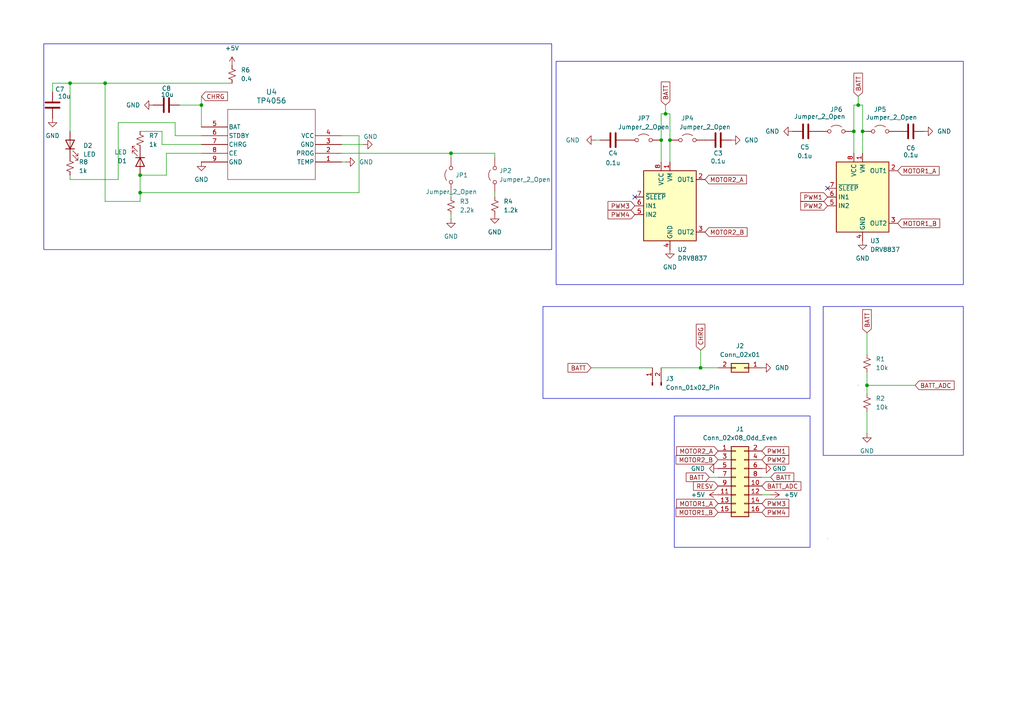
<source format=kicad_sch>
(kicad_sch
	(version 20231120)
	(generator "eeschema")
	(generator_version "8.0")
	(uuid "a9a7c0b6-9b3d-4ad3-9f19-b36f267b954d")
	(paper "A4")
	(lib_symbols
		(symbol "Connector:Conn_01x02_Pin"
			(pin_names
				(offset 1.016) hide)
			(exclude_from_sim no)
			(in_bom yes)
			(on_board yes)
			(property "Reference" "J"
				(at 0 2.54 0)
				(effects
					(font
						(size 1.27 1.27)
					)
				)
			)
			(property "Value" "Conn_01x02_Pin"
				(at 0 -5.08 0)
				(effects
					(font
						(size 1.27 1.27)
					)
				)
			)
			(property "Footprint" ""
				(at 0 0 0)
				(effects
					(font
						(size 1.27 1.27)
					)
					(hide yes)
				)
			)
			(property "Datasheet" "~"
				(at 0 0 0)
				(effects
					(font
						(size 1.27 1.27)
					)
					(hide yes)
				)
			)
			(property "Description" "Generic connector, single row, 01x02, script generated"
				(at 0 0 0)
				(effects
					(font
						(size 1.27 1.27)
					)
					(hide yes)
				)
			)
			(property "ki_locked" ""
				(at 0 0 0)
				(effects
					(font
						(size 1.27 1.27)
					)
				)
			)
			(property "ki_keywords" "connector"
				(at 0 0 0)
				(effects
					(font
						(size 1.27 1.27)
					)
					(hide yes)
				)
			)
			(property "ki_fp_filters" "Connector*:*_1x??_*"
				(at 0 0 0)
				(effects
					(font
						(size 1.27 1.27)
					)
					(hide yes)
				)
			)
			(symbol "Conn_01x02_Pin_1_1"
				(polyline
					(pts
						(xy 1.27 -2.54) (xy 0.8636 -2.54)
					)
					(stroke
						(width 0.1524)
						(type default)
					)
					(fill
						(type none)
					)
				)
				(polyline
					(pts
						(xy 1.27 0) (xy 0.8636 0)
					)
					(stroke
						(width 0.1524)
						(type default)
					)
					(fill
						(type none)
					)
				)
				(rectangle
					(start 0.8636 -2.413)
					(end 0 -2.667)
					(stroke
						(width 0.1524)
						(type default)
					)
					(fill
						(type outline)
					)
				)
				(rectangle
					(start 0.8636 0.127)
					(end 0 -0.127)
					(stroke
						(width 0.1524)
						(type default)
					)
					(fill
						(type outline)
					)
				)
				(pin passive line
					(at 5.08 0 180)
					(length 3.81)
					(name "Pin_1"
						(effects
							(font
								(size 1.27 1.27)
							)
						)
					)
					(number "1"
						(effects
							(font
								(size 1.27 1.27)
							)
						)
					)
				)
				(pin passive line
					(at 5.08 -2.54 180)
					(length 3.81)
					(name "Pin_2"
						(effects
							(font
								(size 1.27 1.27)
							)
						)
					)
					(number "2"
						(effects
							(font
								(size 1.27 1.27)
							)
						)
					)
				)
			)
		)
		(symbol "Connector_Generic:Conn_02x01"
			(pin_names
				(offset 1.016) hide)
			(exclude_from_sim no)
			(in_bom yes)
			(on_board yes)
			(property "Reference" "J"
				(at 1.27 2.54 0)
				(effects
					(font
						(size 1.27 1.27)
					)
				)
			)
			(property "Value" "Conn_02x01"
				(at 1.27 -2.54 0)
				(effects
					(font
						(size 1.27 1.27)
					)
				)
			)
			(property "Footprint" ""
				(at 0 0 0)
				(effects
					(font
						(size 1.27 1.27)
					)
					(hide yes)
				)
			)
			(property "Datasheet" "~"
				(at 0 0 0)
				(effects
					(font
						(size 1.27 1.27)
					)
					(hide yes)
				)
			)
			(property "Description" "Generic connector, double row, 02x01, this symbol is compatible with counter-clockwise, top-bottom and odd-even numbering schemes., script generated (kicad-library-utils/schlib/autogen/connector/)"
				(at 0 0 0)
				(effects
					(font
						(size 1.27 1.27)
					)
					(hide yes)
				)
			)
			(property "ki_keywords" "connector"
				(at 0 0 0)
				(effects
					(font
						(size 1.27 1.27)
					)
					(hide yes)
				)
			)
			(property "ki_fp_filters" "Connector*:*_2x??_*"
				(at 0 0 0)
				(effects
					(font
						(size 1.27 1.27)
					)
					(hide yes)
				)
			)
			(symbol "Conn_02x01_1_1"
				(rectangle
					(start -1.27 0.127)
					(end 0 -0.127)
					(stroke
						(width 0.1524)
						(type default)
					)
					(fill
						(type none)
					)
				)
				(rectangle
					(start -1.27 1.27)
					(end 3.81 -1.27)
					(stroke
						(width 0.254)
						(type default)
					)
					(fill
						(type background)
					)
				)
				(rectangle
					(start 3.81 0.127)
					(end 2.54 -0.127)
					(stroke
						(width 0.1524)
						(type default)
					)
					(fill
						(type none)
					)
				)
				(pin passive line
					(at -5.08 0 0)
					(length 3.81)
					(name "Pin_1"
						(effects
							(font
								(size 1.27 1.27)
							)
						)
					)
					(number "1"
						(effects
							(font
								(size 1.27 1.27)
							)
						)
					)
				)
				(pin passive line
					(at 7.62 0 180)
					(length 3.81)
					(name "Pin_2"
						(effects
							(font
								(size 1.27 1.27)
							)
						)
					)
					(number "2"
						(effects
							(font
								(size 1.27 1.27)
							)
						)
					)
				)
			)
		)
		(symbol "Connector_Generic:Conn_02x08_Odd_Even"
			(pin_names
				(offset 1.016) hide)
			(exclude_from_sim no)
			(in_bom yes)
			(on_board yes)
			(property "Reference" "J"
				(at 1.27 10.16 0)
				(effects
					(font
						(size 1.27 1.27)
					)
				)
			)
			(property "Value" "Conn_02x08_Odd_Even"
				(at 1.27 -12.7 0)
				(effects
					(font
						(size 1.27 1.27)
					)
				)
			)
			(property "Footprint" ""
				(at 0 0 0)
				(effects
					(font
						(size 1.27 1.27)
					)
					(hide yes)
				)
			)
			(property "Datasheet" "~"
				(at 0 0 0)
				(effects
					(font
						(size 1.27 1.27)
					)
					(hide yes)
				)
			)
			(property "Description" "Generic connector, double row, 02x08, odd/even pin numbering scheme (row 1 odd numbers, row 2 even numbers), script generated (kicad-library-utils/schlib/autogen/connector/)"
				(at 0 0 0)
				(effects
					(font
						(size 1.27 1.27)
					)
					(hide yes)
				)
			)
			(property "ki_keywords" "connector"
				(at 0 0 0)
				(effects
					(font
						(size 1.27 1.27)
					)
					(hide yes)
				)
			)
			(property "ki_fp_filters" "Connector*:*_2x??_*"
				(at 0 0 0)
				(effects
					(font
						(size 1.27 1.27)
					)
					(hide yes)
				)
			)
			(symbol "Conn_02x08_Odd_Even_1_1"
				(rectangle
					(start -1.27 -10.033)
					(end 0 -10.287)
					(stroke
						(width 0.1524)
						(type default)
					)
					(fill
						(type none)
					)
				)
				(rectangle
					(start -1.27 -7.493)
					(end 0 -7.747)
					(stroke
						(width 0.1524)
						(type default)
					)
					(fill
						(type none)
					)
				)
				(rectangle
					(start -1.27 -4.953)
					(end 0 -5.207)
					(stroke
						(width 0.1524)
						(type default)
					)
					(fill
						(type none)
					)
				)
				(rectangle
					(start -1.27 -2.413)
					(end 0 -2.667)
					(stroke
						(width 0.1524)
						(type default)
					)
					(fill
						(type none)
					)
				)
				(rectangle
					(start -1.27 0.127)
					(end 0 -0.127)
					(stroke
						(width 0.1524)
						(type default)
					)
					(fill
						(type none)
					)
				)
				(rectangle
					(start -1.27 2.667)
					(end 0 2.413)
					(stroke
						(width 0.1524)
						(type default)
					)
					(fill
						(type none)
					)
				)
				(rectangle
					(start -1.27 5.207)
					(end 0 4.953)
					(stroke
						(width 0.1524)
						(type default)
					)
					(fill
						(type none)
					)
				)
				(rectangle
					(start -1.27 7.747)
					(end 0 7.493)
					(stroke
						(width 0.1524)
						(type default)
					)
					(fill
						(type none)
					)
				)
				(rectangle
					(start -1.27 8.89)
					(end 3.81 -11.43)
					(stroke
						(width 0.254)
						(type default)
					)
					(fill
						(type background)
					)
				)
				(rectangle
					(start 3.81 -10.033)
					(end 2.54 -10.287)
					(stroke
						(width 0.1524)
						(type default)
					)
					(fill
						(type none)
					)
				)
				(rectangle
					(start 3.81 -7.493)
					(end 2.54 -7.747)
					(stroke
						(width 0.1524)
						(type default)
					)
					(fill
						(type none)
					)
				)
				(rectangle
					(start 3.81 -4.953)
					(end 2.54 -5.207)
					(stroke
						(width 0.1524)
						(type default)
					)
					(fill
						(type none)
					)
				)
				(rectangle
					(start 3.81 -2.413)
					(end 2.54 -2.667)
					(stroke
						(width 0.1524)
						(type default)
					)
					(fill
						(type none)
					)
				)
				(rectangle
					(start 3.81 0.127)
					(end 2.54 -0.127)
					(stroke
						(width 0.1524)
						(type default)
					)
					(fill
						(type none)
					)
				)
				(rectangle
					(start 3.81 2.667)
					(end 2.54 2.413)
					(stroke
						(width 0.1524)
						(type default)
					)
					(fill
						(type none)
					)
				)
				(rectangle
					(start 3.81 5.207)
					(end 2.54 4.953)
					(stroke
						(width 0.1524)
						(type default)
					)
					(fill
						(type none)
					)
				)
				(rectangle
					(start 3.81 7.747)
					(end 2.54 7.493)
					(stroke
						(width 0.1524)
						(type default)
					)
					(fill
						(type none)
					)
				)
				(pin passive line
					(at -5.08 7.62 0)
					(length 3.81)
					(name "Pin_1"
						(effects
							(font
								(size 1.27 1.27)
							)
						)
					)
					(number "1"
						(effects
							(font
								(size 1.27 1.27)
							)
						)
					)
				)
				(pin passive line
					(at 7.62 -2.54 180)
					(length 3.81)
					(name "Pin_10"
						(effects
							(font
								(size 1.27 1.27)
							)
						)
					)
					(number "10"
						(effects
							(font
								(size 1.27 1.27)
							)
						)
					)
				)
				(pin passive line
					(at -5.08 -5.08 0)
					(length 3.81)
					(name "Pin_11"
						(effects
							(font
								(size 1.27 1.27)
							)
						)
					)
					(number "11"
						(effects
							(font
								(size 1.27 1.27)
							)
						)
					)
				)
				(pin passive line
					(at 7.62 -5.08 180)
					(length 3.81)
					(name "Pin_12"
						(effects
							(font
								(size 1.27 1.27)
							)
						)
					)
					(number "12"
						(effects
							(font
								(size 1.27 1.27)
							)
						)
					)
				)
				(pin passive line
					(at -5.08 -7.62 0)
					(length 3.81)
					(name "Pin_13"
						(effects
							(font
								(size 1.27 1.27)
							)
						)
					)
					(number "13"
						(effects
							(font
								(size 1.27 1.27)
							)
						)
					)
				)
				(pin passive line
					(at 7.62 -7.62 180)
					(length 3.81)
					(name "Pin_14"
						(effects
							(font
								(size 1.27 1.27)
							)
						)
					)
					(number "14"
						(effects
							(font
								(size 1.27 1.27)
							)
						)
					)
				)
				(pin passive line
					(at -5.08 -10.16 0)
					(length 3.81)
					(name "Pin_15"
						(effects
							(font
								(size 1.27 1.27)
							)
						)
					)
					(number "15"
						(effects
							(font
								(size 1.27 1.27)
							)
						)
					)
				)
				(pin passive line
					(at 7.62 -10.16 180)
					(length 3.81)
					(name "Pin_16"
						(effects
							(font
								(size 1.27 1.27)
							)
						)
					)
					(number "16"
						(effects
							(font
								(size 1.27 1.27)
							)
						)
					)
				)
				(pin passive line
					(at 7.62 7.62 180)
					(length 3.81)
					(name "Pin_2"
						(effects
							(font
								(size 1.27 1.27)
							)
						)
					)
					(number "2"
						(effects
							(font
								(size 1.27 1.27)
							)
						)
					)
				)
				(pin passive line
					(at -5.08 5.08 0)
					(length 3.81)
					(name "Pin_3"
						(effects
							(font
								(size 1.27 1.27)
							)
						)
					)
					(number "3"
						(effects
							(font
								(size 1.27 1.27)
							)
						)
					)
				)
				(pin passive line
					(at 7.62 5.08 180)
					(length 3.81)
					(name "Pin_4"
						(effects
							(font
								(size 1.27 1.27)
							)
						)
					)
					(number "4"
						(effects
							(font
								(size 1.27 1.27)
							)
						)
					)
				)
				(pin passive line
					(at -5.08 2.54 0)
					(length 3.81)
					(name "Pin_5"
						(effects
							(font
								(size 1.27 1.27)
							)
						)
					)
					(number "5"
						(effects
							(font
								(size 1.27 1.27)
							)
						)
					)
				)
				(pin passive line
					(at 7.62 2.54 180)
					(length 3.81)
					(name "Pin_6"
						(effects
							(font
								(size 1.27 1.27)
							)
						)
					)
					(number "6"
						(effects
							(font
								(size 1.27 1.27)
							)
						)
					)
				)
				(pin passive line
					(at -5.08 0 0)
					(length 3.81)
					(name "Pin_7"
						(effects
							(font
								(size 1.27 1.27)
							)
						)
					)
					(number "7"
						(effects
							(font
								(size 1.27 1.27)
							)
						)
					)
				)
				(pin passive line
					(at 7.62 0 180)
					(length 3.81)
					(name "Pin_8"
						(effects
							(font
								(size 1.27 1.27)
							)
						)
					)
					(number "8"
						(effects
							(font
								(size 1.27 1.27)
							)
						)
					)
				)
				(pin passive line
					(at -5.08 -2.54 0)
					(length 3.81)
					(name "Pin_9"
						(effects
							(font
								(size 1.27 1.27)
							)
						)
					)
					(number "9"
						(effects
							(font
								(size 1.27 1.27)
							)
						)
					)
				)
			)
		)
		(symbol "Device:C"
			(pin_numbers hide)
			(pin_names
				(offset 0.254)
			)
			(exclude_from_sim no)
			(in_bom yes)
			(on_board yes)
			(property "Reference" "C"
				(at 0.635 2.54 0)
				(effects
					(font
						(size 1.27 1.27)
					)
					(justify left)
				)
			)
			(property "Value" "C"
				(at 0.635 -2.54 0)
				(effects
					(font
						(size 1.27 1.27)
					)
					(justify left)
				)
			)
			(property "Footprint" ""
				(at 0.9652 -3.81 0)
				(effects
					(font
						(size 1.27 1.27)
					)
					(hide yes)
				)
			)
			(property "Datasheet" "~"
				(at 0 0 0)
				(effects
					(font
						(size 1.27 1.27)
					)
					(hide yes)
				)
			)
			(property "Description" "Unpolarized capacitor"
				(at 0 0 0)
				(effects
					(font
						(size 1.27 1.27)
					)
					(hide yes)
				)
			)
			(property "ki_keywords" "cap capacitor"
				(at 0 0 0)
				(effects
					(font
						(size 1.27 1.27)
					)
					(hide yes)
				)
			)
			(property "ki_fp_filters" "C_*"
				(at 0 0 0)
				(effects
					(font
						(size 1.27 1.27)
					)
					(hide yes)
				)
			)
			(symbol "C_0_1"
				(polyline
					(pts
						(xy -2.032 -0.762) (xy 2.032 -0.762)
					)
					(stroke
						(width 0.508)
						(type default)
					)
					(fill
						(type none)
					)
				)
				(polyline
					(pts
						(xy -2.032 0.762) (xy 2.032 0.762)
					)
					(stroke
						(width 0.508)
						(type default)
					)
					(fill
						(type none)
					)
				)
			)
			(symbol "C_1_1"
				(pin passive line
					(at 0 3.81 270)
					(length 2.794)
					(name "~"
						(effects
							(font
								(size 1.27 1.27)
							)
						)
					)
					(number "1"
						(effects
							(font
								(size 1.27 1.27)
							)
						)
					)
				)
				(pin passive line
					(at 0 -3.81 90)
					(length 2.794)
					(name "~"
						(effects
							(font
								(size 1.27 1.27)
							)
						)
					)
					(number "2"
						(effects
							(font
								(size 1.27 1.27)
							)
						)
					)
				)
			)
		)
		(symbol "Device:LED"
			(pin_numbers hide)
			(pin_names
				(offset 1.016) hide)
			(exclude_from_sim no)
			(in_bom yes)
			(on_board yes)
			(property "Reference" "D"
				(at 0 2.54 0)
				(effects
					(font
						(size 1.27 1.27)
					)
				)
			)
			(property "Value" "LED"
				(at 0 -2.54 0)
				(effects
					(font
						(size 1.27 1.27)
					)
				)
			)
			(property "Footprint" ""
				(at 0 0 0)
				(effects
					(font
						(size 1.27 1.27)
					)
					(hide yes)
				)
			)
			(property "Datasheet" "~"
				(at 0 0 0)
				(effects
					(font
						(size 1.27 1.27)
					)
					(hide yes)
				)
			)
			(property "Description" "Light emitting diode"
				(at 0 0 0)
				(effects
					(font
						(size 1.27 1.27)
					)
					(hide yes)
				)
			)
			(property "ki_keywords" "LED diode"
				(at 0 0 0)
				(effects
					(font
						(size 1.27 1.27)
					)
					(hide yes)
				)
			)
			(property "ki_fp_filters" "LED* LED_SMD:* LED_THT:*"
				(at 0 0 0)
				(effects
					(font
						(size 1.27 1.27)
					)
					(hide yes)
				)
			)
			(symbol "LED_0_1"
				(polyline
					(pts
						(xy -1.27 -1.27) (xy -1.27 1.27)
					)
					(stroke
						(width 0.254)
						(type default)
					)
					(fill
						(type none)
					)
				)
				(polyline
					(pts
						(xy -1.27 0) (xy 1.27 0)
					)
					(stroke
						(width 0)
						(type default)
					)
					(fill
						(type none)
					)
				)
				(polyline
					(pts
						(xy 1.27 -1.27) (xy 1.27 1.27) (xy -1.27 0) (xy 1.27 -1.27)
					)
					(stroke
						(width 0.254)
						(type default)
					)
					(fill
						(type none)
					)
				)
				(polyline
					(pts
						(xy -3.048 -0.762) (xy -4.572 -2.286) (xy -3.81 -2.286) (xy -4.572 -2.286) (xy -4.572 -1.524)
					)
					(stroke
						(width 0)
						(type default)
					)
					(fill
						(type none)
					)
				)
				(polyline
					(pts
						(xy -1.778 -0.762) (xy -3.302 -2.286) (xy -2.54 -2.286) (xy -3.302 -2.286) (xy -3.302 -1.524)
					)
					(stroke
						(width 0)
						(type default)
					)
					(fill
						(type none)
					)
				)
			)
			(symbol "LED_1_1"
				(pin passive line
					(at -3.81 0 0)
					(length 2.54)
					(name "K"
						(effects
							(font
								(size 1.27 1.27)
							)
						)
					)
					(number "1"
						(effects
							(font
								(size 1.27 1.27)
							)
						)
					)
				)
				(pin passive line
					(at 3.81 0 180)
					(length 2.54)
					(name "A"
						(effects
							(font
								(size 1.27 1.27)
							)
						)
					)
					(number "2"
						(effects
							(font
								(size 1.27 1.27)
							)
						)
					)
				)
			)
		)
		(symbol "Device:R_Small_US"
			(pin_numbers hide)
			(pin_names
				(offset 0.254) hide)
			(exclude_from_sim no)
			(in_bom yes)
			(on_board yes)
			(property "Reference" "R"
				(at 0.762 0.508 0)
				(effects
					(font
						(size 1.27 1.27)
					)
					(justify left)
				)
			)
			(property "Value" "R_Small_US"
				(at 0.762 -1.016 0)
				(effects
					(font
						(size 1.27 1.27)
					)
					(justify left)
				)
			)
			(property "Footprint" ""
				(at 0 0 0)
				(effects
					(font
						(size 1.27 1.27)
					)
					(hide yes)
				)
			)
			(property "Datasheet" "~"
				(at 0 0 0)
				(effects
					(font
						(size 1.27 1.27)
					)
					(hide yes)
				)
			)
			(property "Description" "Resistor, small US symbol"
				(at 0 0 0)
				(effects
					(font
						(size 1.27 1.27)
					)
					(hide yes)
				)
			)
			(property "ki_keywords" "r resistor"
				(at 0 0 0)
				(effects
					(font
						(size 1.27 1.27)
					)
					(hide yes)
				)
			)
			(property "ki_fp_filters" "R_*"
				(at 0 0 0)
				(effects
					(font
						(size 1.27 1.27)
					)
					(hide yes)
				)
			)
			(symbol "R_Small_US_1_1"
				(polyline
					(pts
						(xy 0 0) (xy 1.016 -0.381) (xy 0 -0.762) (xy -1.016 -1.143) (xy 0 -1.524)
					)
					(stroke
						(width 0)
						(type default)
					)
					(fill
						(type none)
					)
				)
				(polyline
					(pts
						(xy 0 1.524) (xy 1.016 1.143) (xy 0 0.762) (xy -1.016 0.381) (xy 0 0)
					)
					(stroke
						(width 0)
						(type default)
					)
					(fill
						(type none)
					)
				)
				(pin passive line
					(at 0 2.54 270)
					(length 1.016)
					(name "~"
						(effects
							(font
								(size 1.27 1.27)
							)
						)
					)
					(number "1"
						(effects
							(font
								(size 1.27 1.27)
							)
						)
					)
				)
				(pin passive line
					(at 0 -2.54 90)
					(length 1.016)
					(name "~"
						(effects
							(font
								(size 1.27 1.27)
							)
						)
					)
					(number "2"
						(effects
							(font
								(size 1.27 1.27)
							)
						)
					)
				)
			)
		)
		(symbol "Driver_Motor:DRV8837"
			(exclude_from_sim no)
			(in_bom yes)
			(on_board yes)
			(property "Reference" "U"
				(at 6.35 11.43 0)
				(effects
					(font
						(size 1.27 1.27)
					)
				)
			)
			(property "Value" "DRV8837"
				(at -10.16 11.43 0)
				(effects
					(font
						(size 1.27 1.27)
					)
				)
			)
			(property "Footprint" "Package_SON:WSON-8-1EP_2x2mm_P0.5mm_EP0.9x1.6mm"
				(at 0 -21.59 0)
				(effects
					(font
						(size 1.27 1.27)
					)
					(hide yes)
				)
			)
			(property "Datasheet" "http://www.ti.com/lit/ds/symlink/drv8837.pdf"
				(at 0 0 0)
				(effects
					(font
						(size 1.27 1.27)
					)
					(hide yes)
				)
			)
			(property "Description" "H-Bridge driver, 1.8A, Low Voltage, PWM input, WSON-8"
				(at 0 0 0)
				(effects
					(font
						(size 1.27 1.27)
					)
					(hide yes)
				)
			)
			(property "ki_keywords" "half bridge driver"
				(at 0 0 0)
				(effects
					(font
						(size 1.27 1.27)
					)
					(hide yes)
				)
			)
			(property "ki_fp_filters" "WSON*1EP*2x2mm*P0.5mm*"
				(at 0 0 0)
				(effects
					(font
						(size 1.27 1.27)
					)
					(hide yes)
				)
			)
			(symbol "DRV8837_0_1"
				(rectangle
					(start -7.62 10.16)
					(end 7.62 -10.16)
					(stroke
						(width 0.254)
						(type default)
					)
					(fill
						(type background)
					)
				)
			)
			(symbol "DRV8837_1_1"
				(pin power_in line
					(at 0 12.7 270)
					(length 2.54)
					(name "VM"
						(effects
							(font
								(size 1.27 1.27)
							)
						)
					)
					(number "1"
						(effects
							(font
								(size 1.27 1.27)
							)
						)
					)
				)
				(pin output line
					(at 10.16 7.62 180)
					(length 2.54)
					(name "OUT1"
						(effects
							(font
								(size 1.27 1.27)
							)
						)
					)
					(number "2"
						(effects
							(font
								(size 1.27 1.27)
							)
						)
					)
				)
				(pin output line
					(at 10.16 -7.62 180)
					(length 2.54)
					(name "OUT2"
						(effects
							(font
								(size 1.27 1.27)
							)
						)
					)
					(number "3"
						(effects
							(font
								(size 1.27 1.27)
							)
						)
					)
				)
				(pin power_in line
					(at 0 -12.7 90)
					(length 2.54)
					(name "GND"
						(effects
							(font
								(size 1.27 1.27)
							)
						)
					)
					(number "4"
						(effects
							(font
								(size 1.27 1.27)
							)
						)
					)
				)
				(pin input line
					(at -10.16 -2.54 0)
					(length 2.54)
					(name "IN2"
						(effects
							(font
								(size 1.27 1.27)
							)
						)
					)
					(number "5"
						(effects
							(font
								(size 1.27 1.27)
							)
						)
					)
				)
				(pin input line
					(at -10.16 0 0)
					(length 2.54)
					(name "IN1"
						(effects
							(font
								(size 1.27 1.27)
							)
						)
					)
					(number "6"
						(effects
							(font
								(size 1.27 1.27)
							)
						)
					)
				)
				(pin input line
					(at -10.16 2.54 0)
					(length 2.54)
					(name "~{SLEEP}"
						(effects
							(font
								(size 1.27 1.27)
							)
						)
					)
					(number "7"
						(effects
							(font
								(size 1.27 1.27)
							)
						)
					)
				)
				(pin power_in line
					(at -2.54 12.7 270)
					(length 2.54)
					(name "VCC"
						(effects
							(font
								(size 1.27 1.27)
							)
						)
					)
					(number "8"
						(effects
							(font
								(size 1.27 1.27)
							)
						)
					)
				)
				(pin passive line
					(at 0 -12.7 90)
					(length 2.54) hide
					(name "GND"
						(effects
							(font
								(size 1.27 1.27)
							)
						)
					)
					(number "9"
						(effects
							(font
								(size 1.27 1.27)
							)
						)
					)
				)
			)
		)
		(symbol "Jumper:Jumper_2_Open"
			(pin_numbers hide)
			(pin_names
				(offset 0) hide)
			(exclude_from_sim yes)
			(in_bom yes)
			(on_board yes)
			(property "Reference" "JP"
				(at 0 2.794 0)
				(effects
					(font
						(size 1.27 1.27)
					)
				)
			)
			(property "Value" "Jumper_2_Open"
				(at 0 -2.286 0)
				(effects
					(font
						(size 1.27 1.27)
					)
				)
			)
			(property "Footprint" ""
				(at 0 0 0)
				(effects
					(font
						(size 1.27 1.27)
					)
					(hide yes)
				)
			)
			(property "Datasheet" "~"
				(at 0 0 0)
				(effects
					(font
						(size 1.27 1.27)
					)
					(hide yes)
				)
			)
			(property "Description" "Jumper, 2-pole, open"
				(at 0 0 0)
				(effects
					(font
						(size 1.27 1.27)
					)
					(hide yes)
				)
			)
			(property "ki_keywords" "Jumper SPST"
				(at 0 0 0)
				(effects
					(font
						(size 1.27 1.27)
					)
					(hide yes)
				)
			)
			(property "ki_fp_filters" "Jumper* TestPoint*2Pads* TestPoint*Bridge*"
				(at 0 0 0)
				(effects
					(font
						(size 1.27 1.27)
					)
					(hide yes)
				)
			)
			(symbol "Jumper_2_Open_0_0"
				(circle
					(center -2.032 0)
					(radius 0.508)
					(stroke
						(width 0)
						(type default)
					)
					(fill
						(type none)
					)
				)
				(circle
					(center 2.032 0)
					(radius 0.508)
					(stroke
						(width 0)
						(type default)
					)
					(fill
						(type none)
					)
				)
			)
			(symbol "Jumper_2_Open_0_1"
				(arc
					(start 1.524 1.27)
					(mid 0 1.778)
					(end -1.524 1.27)
					(stroke
						(width 0)
						(type default)
					)
					(fill
						(type none)
					)
				)
			)
			(symbol "Jumper_2_Open_1_1"
				(pin passive line
					(at -5.08 0 0)
					(length 2.54)
					(name "A"
						(effects
							(font
								(size 1.27 1.27)
							)
						)
					)
					(number "1"
						(effects
							(font
								(size 1.27 1.27)
							)
						)
					)
				)
				(pin passive line
					(at 5.08 0 180)
					(length 2.54)
					(name "B"
						(effects
							(font
								(size 1.27 1.27)
							)
						)
					)
					(number "2"
						(effects
							(font
								(size 1.27 1.27)
							)
						)
					)
				)
			)
		)
		(symbol "TP4056:TP4056"
			(pin_names
				(offset 0.254)
			)
			(exclude_from_sim no)
			(in_bom yes)
			(on_board yes)
			(property "Reference" "U"
				(at 20.32 10.16 0)
				(effects
					(font
						(size 1.524 1.524)
					)
				)
			)
			(property "Value" "TP4056"
				(at 20.32 7.62 0)
				(effects
					(font
						(size 1.524 1.524)
					)
				)
			)
			(property "Footprint" "ESOP8_UMW"
				(at 0 0 0)
				(effects
					(font
						(size 1.27 1.27)
						(italic yes)
					)
					(hide yes)
				)
			)
			(property "Datasheet" "TP4056"
				(at 0 0 0)
				(effects
					(font
						(size 1.27 1.27)
						(italic yes)
					)
					(hide yes)
				)
			)
			(property "Description" ""
				(at 0 0 0)
				(effects
					(font
						(size 1.27 1.27)
					)
					(hide yes)
				)
			)
			(property "ki_locked" ""
				(at 0 0 0)
				(effects
					(font
						(size 1.27 1.27)
					)
				)
			)
			(property "ki_keywords" "TP4056"
				(at 0 0 0)
				(effects
					(font
						(size 1.27 1.27)
					)
					(hide yes)
				)
			)
			(property "ki_fp_filters" "ESOP8_UMW ESOP8_UMW-M ESOP8_UMW-L"
				(at 0 0 0)
				(effects
					(font
						(size 1.27 1.27)
					)
					(hide yes)
				)
			)
			(symbol "TP4056_0_1"
				(polyline
					(pts
						(xy 7.62 -15.24) (xy 33.02 -15.24)
					)
					(stroke
						(width 0.127)
						(type default)
					)
					(fill
						(type none)
					)
				)
				(polyline
					(pts
						(xy 7.62 5.08) (xy 7.62 -15.24)
					)
					(stroke
						(width 0.127)
						(type default)
					)
					(fill
						(type none)
					)
				)
				(polyline
					(pts
						(xy 33.02 -15.24) (xy 33.02 5.08)
					)
					(stroke
						(width 0.127)
						(type default)
					)
					(fill
						(type none)
					)
				)
				(polyline
					(pts
						(xy 33.02 5.08) (xy 7.62 5.08)
					)
					(stroke
						(width 0.127)
						(type default)
					)
					(fill
						(type none)
					)
				)
				(pin unspecified line
					(at 0 0 0)
					(length 7.62)
					(name "TEMP"
						(effects
							(font
								(size 1.27 1.27)
							)
						)
					)
					(number "1"
						(effects
							(font
								(size 1.27 1.27)
							)
						)
					)
				)
				(pin unspecified line
					(at 0 -2.54 0)
					(length 7.62)
					(name "PROG"
						(effects
							(font
								(size 1.27 1.27)
							)
						)
					)
					(number "2"
						(effects
							(font
								(size 1.27 1.27)
							)
						)
					)
				)
				(pin power_out line
					(at 0 -5.08 0)
					(length 7.62)
					(name "GND"
						(effects
							(font
								(size 1.27 1.27)
							)
						)
					)
					(number "3"
						(effects
							(font
								(size 1.27 1.27)
							)
						)
					)
				)
				(pin power_in line
					(at 0 -7.62 0)
					(length 7.62)
					(name "VCC"
						(effects
							(font
								(size 1.27 1.27)
							)
						)
					)
					(number "4"
						(effects
							(font
								(size 1.27 1.27)
							)
						)
					)
				)
				(pin unspecified line
					(at 40.64 -10.16 180)
					(length 7.62)
					(name "BAT"
						(effects
							(font
								(size 1.27 1.27)
							)
						)
					)
					(number "5"
						(effects
							(font
								(size 1.27 1.27)
							)
						)
					)
				)
				(pin unspecified line
					(at 40.64 -7.62 180)
					(length 7.62)
					(name "STDBY"
						(effects
							(font
								(size 1.27 1.27)
							)
						)
					)
					(number "6"
						(effects
							(font
								(size 1.27 1.27)
							)
						)
					)
				)
				(pin unspecified line
					(at 40.64 -5.08 180)
					(length 7.62)
					(name "CHRG"
						(effects
							(font
								(size 1.27 1.27)
							)
						)
					)
					(number "7"
						(effects
							(font
								(size 1.27 1.27)
							)
						)
					)
				)
				(pin unspecified line
					(at 40.64 -2.54 180)
					(length 7.62)
					(name "CE"
						(effects
							(font
								(size 1.27 1.27)
							)
						)
					)
					(number "8"
						(effects
							(font
								(size 1.27 1.27)
							)
						)
					)
				)
				(pin power_out line
					(at 40.64 0 180)
					(length 7.62)
					(name "GND"
						(effects
							(font
								(size 1.27 1.27)
							)
						)
					)
					(number "9"
						(effects
							(font
								(size 1.27 1.27)
							)
						)
					)
				)
			)
		)
		(symbol "power:+5V"
			(power)
			(pin_numbers hide)
			(pin_names
				(offset 0) hide)
			(exclude_from_sim no)
			(in_bom yes)
			(on_board yes)
			(property "Reference" "#PWR"
				(at 0 -3.81 0)
				(effects
					(font
						(size 1.27 1.27)
					)
					(hide yes)
				)
			)
			(property "Value" "+5V"
				(at 0 3.556 0)
				(effects
					(font
						(size 1.27 1.27)
					)
				)
			)
			(property "Footprint" ""
				(at 0 0 0)
				(effects
					(font
						(size 1.27 1.27)
					)
					(hide yes)
				)
			)
			(property "Datasheet" ""
				(at 0 0 0)
				(effects
					(font
						(size 1.27 1.27)
					)
					(hide yes)
				)
			)
			(property "Description" "Power symbol creates a global label with name \"+5V\""
				(at 0 0 0)
				(effects
					(font
						(size 1.27 1.27)
					)
					(hide yes)
				)
			)
			(property "ki_keywords" "global power"
				(at 0 0 0)
				(effects
					(font
						(size 1.27 1.27)
					)
					(hide yes)
				)
			)
			(symbol "+5V_0_1"
				(polyline
					(pts
						(xy -0.762 1.27) (xy 0 2.54)
					)
					(stroke
						(width 0)
						(type default)
					)
					(fill
						(type none)
					)
				)
				(polyline
					(pts
						(xy 0 0) (xy 0 2.54)
					)
					(stroke
						(width 0)
						(type default)
					)
					(fill
						(type none)
					)
				)
				(polyline
					(pts
						(xy 0 2.54) (xy 0.762 1.27)
					)
					(stroke
						(width 0)
						(type default)
					)
					(fill
						(type none)
					)
				)
			)
			(symbol "+5V_1_1"
				(pin power_in line
					(at 0 0 90)
					(length 0)
					(name "~"
						(effects
							(font
								(size 1.27 1.27)
							)
						)
					)
					(number "1"
						(effects
							(font
								(size 1.27 1.27)
							)
						)
					)
				)
			)
		)
		(symbol "power:GND"
			(power)
			(pin_numbers hide)
			(pin_names
				(offset 0) hide)
			(exclude_from_sim no)
			(in_bom yes)
			(on_board yes)
			(property "Reference" "#PWR"
				(at 0 -6.35 0)
				(effects
					(font
						(size 1.27 1.27)
					)
					(hide yes)
				)
			)
			(property "Value" "GND"
				(at 0 -3.81 0)
				(effects
					(font
						(size 1.27 1.27)
					)
				)
			)
			(property "Footprint" ""
				(at 0 0 0)
				(effects
					(font
						(size 1.27 1.27)
					)
					(hide yes)
				)
			)
			(property "Datasheet" ""
				(at 0 0 0)
				(effects
					(font
						(size 1.27 1.27)
					)
					(hide yes)
				)
			)
			(property "Description" "Power symbol creates a global label with name \"GND\" , ground"
				(at 0 0 0)
				(effects
					(font
						(size 1.27 1.27)
					)
					(hide yes)
				)
			)
			(property "ki_keywords" "global power"
				(at 0 0 0)
				(effects
					(font
						(size 1.27 1.27)
					)
					(hide yes)
				)
			)
			(symbol "GND_0_1"
				(polyline
					(pts
						(xy 0 0) (xy 0 -1.27) (xy 1.27 -1.27) (xy 0 -2.54) (xy -1.27 -1.27) (xy 0 -1.27)
					)
					(stroke
						(width 0)
						(type default)
					)
					(fill
						(type none)
					)
				)
			)
			(symbol "GND_1_1"
				(pin power_in line
					(at 0 0 270)
					(length 0)
					(name "~"
						(effects
							(font
								(size 1.27 1.27)
							)
						)
					)
					(number "1"
						(effects
							(font
								(size 1.27 1.27)
							)
						)
					)
				)
			)
		)
	)
	(junction
		(at 247.65 38.1)
		(diameter 0)
		(color 0 0 0 0)
		(uuid "0dec54ca-a32b-4976-a21a-49b9bc05fe64")
	)
	(junction
		(at 251.46 111.76)
		(diameter 0)
		(color 0 0 0 0)
		(uuid "199d6742-b541-496f-ac25-378a39128585")
	)
	(junction
		(at 130.81 44.45)
		(diameter 0)
		(color 0 0 0 0)
		(uuid "2561445f-c77d-41d1-aaa9-4db268f36b7a")
	)
	(junction
		(at 40.64 55.88)
		(diameter 0)
		(color 0 0 0 0)
		(uuid "25672b66-bb7f-4fb4-9ef5-9b5bd38dd29c")
	)
	(junction
		(at 191.77 40.64)
		(diameter 0)
		(color 0 0 0 0)
		(uuid "2b43ee85-46f6-44cd-b4e6-913392f49142")
	)
	(junction
		(at 194.31 40.64)
		(diameter 0)
		(color 0 0 0 0)
		(uuid "658e96f0-81ad-433d-9711-57b374939637")
	)
	(junction
		(at 250.19 38.1)
		(diameter 0)
		(color 0 0 0 0)
		(uuid "9fa9f5df-a752-4556-b055-00a0872e092d")
	)
	(junction
		(at 30.48 24.13)
		(diameter 0)
		(color 0 0 0 0)
		(uuid "a96c4a73-1bda-44a1-be89-7370ed09cbb3")
	)
	(junction
		(at 193.04 33.02)
		(diameter 0)
		(color 0 0 0 0)
		(uuid "c15f675f-19a5-428f-a6d3-eae0f05404e9")
	)
	(junction
		(at 248.92 30.48)
		(diameter 0)
		(color 0 0 0 0)
		(uuid "cebb264a-af6e-48c6-b14e-a9d163345112")
	)
	(junction
		(at 203.2 106.68)
		(diameter 0)
		(color 0 0 0 0)
		(uuid "d0be7861-4d06-4ec5-932f-22303d25adc7")
	)
	(junction
		(at 40.64 50.8)
		(diameter 0)
		(color 0 0 0 0)
		(uuid "da9cd768-74cb-4c99-9557-b71996b9852b")
	)
	(junction
		(at 20.32 24.13)
		(diameter 0)
		(color 0 0 0 0)
		(uuid "ee1f7dff-1784-49c6-90df-53fb1f50a660")
	)
	(junction
		(at 58.42 30.48)
		(diameter 0)
		(color 0 0 0 0)
		(uuid "fadec37f-7574-47df-b5ac-9b425e139ffe")
	)
	(no_connect
		(at 240.03 54.61)
		(uuid "99a13288-2107-4bc3-ace3-c9fadeb4b657")
	)
	(no_connect
		(at 184.15 57.15)
		(uuid "d766f782-3d1f-4fec-9cc9-2be90169bcc8")
	)
	(wire
		(pts
			(xy 99.06 41.91) (xy 105.41 41.91)
		)
		(stroke
			(width 0)
			(type default)
		)
		(uuid "00f30b87-36bb-4602-8108-6d5568f6236f")
	)
	(wire
		(pts
			(xy 99.06 46.99) (xy 100.33 46.99)
		)
		(stroke
			(width 0)
			(type default)
		)
		(uuid "0626ce60-5987-45e2-be35-764438fb0e4e")
	)
	(wire
		(pts
			(xy 20.32 50.8) (xy 20.32 52.07)
		)
		(stroke
			(width 0)
			(type default)
		)
		(uuid "07249a6f-8a38-4e1b-8145-6dc721f0beac")
	)
	(wire
		(pts
			(xy 30.48 24.13) (xy 30.48 58.42)
		)
		(stroke
			(width 0)
			(type default)
		)
		(uuid "0a0dd24d-56ee-4189-9b04-d07a87895268")
	)
	(wire
		(pts
			(xy 34.29 52.07) (xy 20.32 52.07)
		)
		(stroke
			(width 0)
			(type default)
		)
		(uuid "0b150f18-15c2-4db8-a7c5-890a2513ab1f")
	)
	(wire
		(pts
			(xy 130.81 44.45) (xy 130.81 45.72)
		)
		(stroke
			(width 0)
			(type default)
		)
		(uuid "0b2dd7cd-2583-4999-81d9-49cbc05ad601")
	)
	(wire
		(pts
			(xy 171.45 106.68) (xy 189.23 106.68)
		)
		(stroke
			(width 0)
			(type default)
		)
		(uuid "1692928f-ff1f-4203-8e06-5a3e142c2e3e")
	)
	(wire
		(pts
			(xy 172.72 40.64) (xy 173.99 40.64)
		)
		(stroke
			(width 0)
			(type default)
		)
		(uuid "20a87855-35f8-4b9c-92ed-59afc1875eeb")
	)
	(wire
		(pts
			(xy 250.19 38.1) (xy 250.19 44.45)
		)
		(stroke
			(width 0)
			(type default)
		)
		(uuid "26ae2af3-2d01-4102-b45c-d0dba85683e9")
	)
	(wire
		(pts
			(xy 58.42 39.37) (xy 50.8 39.37)
		)
		(stroke
			(width 0)
			(type default)
		)
		(uuid "26c2ee14-ea00-40fb-82d5-288d0df05e76")
	)
	(wire
		(pts
			(xy 34.29 35.56) (xy 34.29 52.07)
		)
		(stroke
			(width 0)
			(type default)
		)
		(uuid "29c5e892-55fc-4205-9166-20192ff5e517")
	)
	(wire
		(pts
			(xy 58.42 30.48) (xy 58.42 36.83)
		)
		(stroke
			(width 0)
			(type default)
		)
		(uuid "302629d9-2369-4843-bd05-948ef79055ee")
	)
	(wire
		(pts
			(xy 194.31 33.02) (xy 194.31 40.64)
		)
		(stroke
			(width 0)
			(type default)
		)
		(uuid "359940af-c55a-432f-868b-1fc1857a4e3f")
	)
	(wire
		(pts
			(xy 223.52 138.43) (xy 220.98 138.43)
		)
		(stroke
			(width 0)
			(type default)
		)
		(uuid "39505c44-bc64-4e02-b49f-13d79c637bdd")
	)
	(wire
		(pts
			(xy 48.26 44.45) (xy 58.42 44.45)
		)
		(stroke
			(width 0)
			(type default)
		)
		(uuid "3c4e3ca2-4e75-4a9b-8332-c1446e877da8")
	)
	(wire
		(pts
			(xy 191.77 40.64) (xy 191.77 46.99)
		)
		(stroke
			(width 0)
			(type default)
		)
		(uuid "3db517bd-b942-4cf5-9e96-7a8a84996b4b")
	)
	(wire
		(pts
			(xy 251.46 111.76) (xy 251.46 114.3)
		)
		(stroke
			(width 0)
			(type default)
		)
		(uuid "3f2b1ab0-e336-420f-9f8d-efdadb106c1c")
	)
	(wire
		(pts
			(xy 130.81 55.88) (xy 130.81 57.15)
		)
		(stroke
			(width 0)
			(type default)
		)
		(uuid "4021f907-fdf4-4a3f-83ba-0a673e2a0cb8")
	)
	(wire
		(pts
			(xy 191.77 33.02) (xy 191.77 40.64)
		)
		(stroke
			(width 0)
			(type default)
		)
		(uuid "42639b62-d33b-4064-ac79-6eafacd45962")
	)
	(wire
		(pts
			(xy 251.46 111.76) (xy 265.43 111.76)
		)
		(stroke
			(width 0)
			(type default)
		)
		(uuid "4a2a48cf-d8e8-45b2-b5ed-bce03340886f")
	)
	(wire
		(pts
			(xy 191.77 33.02) (xy 193.04 33.02)
		)
		(stroke
			(width 0)
			(type default)
		)
		(uuid "50f44e76-25db-4652-8702-70850c13b5c7")
	)
	(wire
		(pts
			(xy 247.65 30.48) (xy 248.92 30.48)
		)
		(stroke
			(width 0)
			(type default)
		)
		(uuid "56428fb2-e652-4c63-b06c-f8db70dc6d02")
	)
	(wire
		(pts
			(xy 251.46 119.38) (xy 251.46 125.73)
		)
		(stroke
			(width 0)
			(type default)
		)
		(uuid "58fce7cb-34c6-40e8-88a8-cc822289e9ab")
	)
	(wire
		(pts
			(xy 58.42 41.91) (xy 46.99 41.91)
		)
		(stroke
			(width 0)
			(type default)
		)
		(uuid "592d7f91-3d62-495f-9687-32c556926d9b")
	)
	(wire
		(pts
			(xy 48.26 50.8) (xy 48.26 44.45)
		)
		(stroke
			(width 0)
			(type default)
		)
		(uuid "5a66dd11-c5f8-4b46-8b00-6943addb0f68")
	)
	(wire
		(pts
			(xy 251.46 107.95) (xy 251.46 111.76)
		)
		(stroke
			(width 0)
			(type default)
		)
		(uuid "5e558abd-244c-4d3a-bc18-fac7b6c9ef8b")
	)
	(wire
		(pts
			(xy 223.52 143.51) (xy 220.98 143.51)
		)
		(stroke
			(width 0)
			(type default)
		)
		(uuid "5eef65a6-0604-4e89-a9fa-2009f21982d0")
	)
	(wire
		(pts
			(xy 250.19 30.48) (xy 250.19 38.1)
		)
		(stroke
			(width 0)
			(type default)
		)
		(uuid "608c775a-0bfc-43f2-a428-345f46d8dc17")
	)
	(wire
		(pts
			(xy 58.42 27.94) (xy 58.42 30.48)
		)
		(stroke
			(width 0)
			(type default)
		)
		(uuid "66ab9c20-160f-480d-9e5f-8a3aff5ea37d")
	)
	(wire
		(pts
			(xy 30.48 24.13) (xy 67.31 24.13)
		)
		(stroke
			(width 0)
			(type default)
		)
		(uuid "6a7f49a6-7dfe-47ff-8519-b3a66d3e19ea")
	)
	(wire
		(pts
			(xy 20.32 24.13) (xy 15.24 24.13)
		)
		(stroke
			(width 0)
			(type default)
		)
		(uuid "6aca3eda-7e26-4ba3-9a70-839b17deafaf")
	)
	(wire
		(pts
			(xy 40.64 55.88) (xy 104.14 55.88)
		)
		(stroke
			(width 0)
			(type default)
		)
		(uuid "75f0e5eb-8470-42e4-8950-55548699f429")
	)
	(wire
		(pts
			(xy 104.14 39.37) (xy 104.14 55.88)
		)
		(stroke
			(width 0)
			(type default)
		)
		(uuid "79770cbc-09cc-43b6-addd-eaa36783604a")
	)
	(wire
		(pts
			(xy 248.92 30.48) (xy 250.19 30.48)
		)
		(stroke
			(width 0)
			(type default)
		)
		(uuid "80ee05c2-d542-456b-b93d-d5ed848029d6")
	)
	(wire
		(pts
			(xy 40.64 38.1) (xy 46.99 38.1)
		)
		(stroke
			(width 0)
			(type default)
		)
		(uuid "83dd44a5-b015-4318-89d3-e965fdb3e216")
	)
	(wire
		(pts
			(xy 130.81 44.45) (xy 143.51 44.45)
		)
		(stroke
			(width 0)
			(type default)
		)
		(uuid "840d823d-6e95-484b-b6e0-b199b1eb792c")
	)
	(wire
		(pts
			(xy 40.64 58.42) (xy 30.48 58.42)
		)
		(stroke
			(width 0)
			(type default)
		)
		(uuid "8510cd15-4326-4cd4-96c8-c03ea107c3a7")
	)
	(wire
		(pts
			(xy 191.77 106.68) (xy 203.2 106.68)
		)
		(stroke
			(width 0)
			(type default)
		)
		(uuid "91b7b02f-03b1-40f2-8355-ac1498b1b5d9")
	)
	(wire
		(pts
			(xy 203.2 106.68) (xy 208.28 106.68)
		)
		(stroke
			(width 0)
			(type default)
		)
		(uuid "98b418da-dd50-4701-9bf7-dfcc9c14b306")
	)
	(wire
		(pts
			(xy 130.81 62.23) (xy 130.81 63.5)
		)
		(stroke
			(width 0)
			(type default)
		)
		(uuid "9b6e14d6-84b5-46a9-ac20-8eaab99d3a86")
	)
	(wire
		(pts
			(xy 99.06 44.45) (xy 130.81 44.45)
		)
		(stroke
			(width 0)
			(type default)
		)
		(uuid "a2bf1fe0-e716-4f81-8379-193330a2def7")
	)
	(wire
		(pts
			(xy 251.46 96.52) (xy 251.46 102.87)
		)
		(stroke
			(width 0)
			(type default)
		)
		(uuid "a310d86b-10c3-4521-a7fc-99ae1e284d64")
	)
	(wire
		(pts
			(xy 205.74 138.43) (xy 208.28 138.43)
		)
		(stroke
			(width 0)
			(type default)
		)
		(uuid "a463cb71-114b-432b-8678-579f0e5dbf72")
	)
	(wire
		(pts
			(xy 247.65 30.48) (xy 247.65 38.1)
		)
		(stroke
			(width 0)
			(type default)
		)
		(uuid "a53a9666-a6d1-4b4e-9b69-bacb5427b1db")
	)
	(wire
		(pts
			(xy 193.04 33.02) (xy 194.31 33.02)
		)
		(stroke
			(width 0)
			(type default)
		)
		(uuid "a6ee234b-42a0-4b2d-a032-64413322fd8b")
	)
	(wire
		(pts
			(xy 194.31 40.64) (xy 194.31 46.99)
		)
		(stroke
			(width 0)
			(type default)
		)
		(uuid "a94737d6-b6ac-4157-8525-adc8ba9626a3")
	)
	(wire
		(pts
			(xy 40.64 55.88) (xy 40.64 58.42)
		)
		(stroke
			(width 0)
			(type default)
		)
		(uuid "ac075cef-2073-41d4-9212-db6e03513acc")
	)
	(wire
		(pts
			(xy 40.64 50.8) (xy 40.64 55.88)
		)
		(stroke
			(width 0)
			(type default)
		)
		(uuid "adffe8fa-932f-4c5c-b59c-9dcbc7a0c505")
	)
	(wire
		(pts
			(xy 99.06 39.37) (xy 104.14 39.37)
		)
		(stroke
			(width 0)
			(type default)
		)
		(uuid "afa09711-8ab9-4f9c-8de4-7b662a17ef18")
	)
	(wire
		(pts
			(xy 52.07 30.48) (xy 58.42 30.48)
		)
		(stroke
			(width 0)
			(type default)
		)
		(uuid "b7ae8003-7d43-46d6-9eb6-fde50b3a2eb0")
	)
	(wire
		(pts
			(xy 15.24 24.13) (xy 15.24 26.67)
		)
		(stroke
			(width 0)
			(type default)
		)
		(uuid "bef0d80e-f318-47c0-9f4c-05fa3bcb27d5")
	)
	(wire
		(pts
			(xy 20.32 24.13) (xy 30.48 24.13)
		)
		(stroke
			(width 0)
			(type default)
		)
		(uuid "c039c06d-a55e-4750-8a27-1eb2d78cf5da")
	)
	(wire
		(pts
			(xy 143.51 44.45) (xy 143.51 45.72)
		)
		(stroke
			(width 0)
			(type default)
		)
		(uuid "c7358168-c3e7-4c18-9e70-be1bf0940a19")
	)
	(wire
		(pts
			(xy 143.51 55.88) (xy 143.51 57.15)
		)
		(stroke
			(width 0)
			(type default)
		)
		(uuid "c898b9b0-76fa-456e-ac07-59093bb5b9ad")
	)
	(wire
		(pts
			(xy 50.8 35.56) (xy 34.29 35.56)
		)
		(stroke
			(width 0)
			(type default)
		)
		(uuid "d9e5ec68-4074-49eb-ac0d-3eeaddff732c")
	)
	(wire
		(pts
			(xy 193.04 30.48) (xy 193.04 33.02)
		)
		(stroke
			(width 0)
			(type default)
		)
		(uuid "ddb25763-4893-4568-b911-4da7191684c0")
	)
	(wire
		(pts
			(xy 247.65 38.1) (xy 247.65 44.45)
		)
		(stroke
			(width 0)
			(type default)
		)
		(uuid "dec56325-289a-4d0b-b3f9-8d3074d170ce")
	)
	(wire
		(pts
			(xy 203.2 101.6) (xy 203.2 106.68)
		)
		(stroke
			(width 0)
			(type default)
		)
		(uuid "e1f6a5fd-eb6c-4f4e-bfdd-d063588da74e")
	)
	(wire
		(pts
			(xy 20.32 24.13) (xy 20.32 38.1)
		)
		(stroke
			(width 0)
			(type default)
		)
		(uuid "ea66cedf-da38-4f40-9d5a-7ed374645cdd")
	)
	(wire
		(pts
			(xy 40.64 50.8) (xy 48.26 50.8)
		)
		(stroke
			(width 0)
			(type default)
		)
		(uuid "f3c41016-e042-44b0-95a7-7d88f3cd8469")
	)
	(wire
		(pts
			(xy 46.99 41.91) (xy 46.99 38.1)
		)
		(stroke
			(width 0)
			(type default)
		)
		(uuid "f5246c65-9c98-408d-aa44-fc63fb71d13c")
	)
	(wire
		(pts
			(xy 50.8 39.37) (xy 50.8 35.56)
		)
		(stroke
			(width 0)
			(type default)
		)
		(uuid "fa2e975c-4b77-4417-8748-d84bf3635bef")
	)
	(wire
		(pts
			(xy 248.92 27.94) (xy 248.92 30.48)
		)
		(stroke
			(width 0)
			(type default)
		)
		(uuid "fd6f22c5-6391-4bc7-b0ad-75696bde55ff")
	)
	(rectangle
		(start 240.03 156.21)
		(end 240.03 156.21)
		(stroke
			(width 0)
			(type default)
		)
		(fill
			(type none)
		)
		(uuid 028202e6-4e79-49ae-a2c9-0ee1098216d7)
	)
	(rectangle
		(start 12.7 12.7)
		(end 160.02 72.39)
		(stroke
			(width 0)
			(type default)
		)
		(fill
			(type none)
		)
		(uuid 8484f8cf-fd05-428c-a69e-1f4ced259ce3)
	)
	(rectangle
		(start 238.76 88.9)
		(end 279.4 132.08)
		(stroke
			(width 0)
			(type default)
		)
		(fill
			(type none)
		)
		(uuid 86b67782-c3c5-45d6-98fe-4f628f4fecec)
	)
	(rectangle
		(start 248.92 111.76)
		(end 248.92 111.76)
		(stroke
			(width 0)
			(type default)
		)
		(fill
			(type none)
		)
		(uuid a56218d4-e596-4b34-8e63-2665b389d39c)
	)
	(rectangle
		(start 157.48 88.9)
		(end 234.95 115.57)
		(stroke
			(width 0)
			(type default)
		)
		(fill
			(type none)
		)
		(uuid c4c86b37-d357-4032-b5cc-ce6fde634a1b)
	)
	(rectangle
		(start 161.29 17.78)
		(end 279.4 82.55)
		(stroke
			(width 0)
			(type default)
		)
		(fill
			(type none)
		)
		(uuid c9440e96-ee6b-4bae-bb25-d0259dbc73ad)
	)
	(rectangle
		(start 195.58 120.65)
		(end 234.95 158.75)
		(stroke
			(width 0)
			(type default)
		)
		(fill
			(type none)
		)
		(uuid eb872498-c0fe-4998-aa07-c8a14efbcf26)
	)
	(global_label "PWM3"
		(shape input)
		(at 220.98 146.05 0)
		(fields_autoplaced yes)
		(effects
			(font
				(size 1.27 1.27)
			)
			(justify left)
		)
		(uuid "0c1c295e-d0b2-4c0c-a1fe-6dd71089fcbc")
		(property "Intersheetrefs" "${INTERSHEET_REFS}"
			(at 229.3475 146.05 0)
			(effects
				(font
					(size 1.27 1.27)
				)
				(justify left)
				(hide yes)
			)
		)
	)
	(global_label "PWM3"
		(shape input)
		(at 184.15 59.69 180)
		(fields_autoplaced yes)
		(effects
			(font
				(size 1.27 1.27)
			)
			(justify right)
		)
		(uuid "1131c356-7fd0-4d54-921d-0b3a9abdd88d")
		(property "Intersheetrefs" "${INTERSHEET_REFS}"
			(at 175.7825 59.69 0)
			(effects
				(font
					(size 1.27 1.27)
				)
				(justify right)
				(hide yes)
			)
		)
	)
	(global_label "RESV"
		(shape input)
		(at 208.28 140.97 180)
		(fields_autoplaced yes)
		(effects
			(font
				(size 1.27 1.27)
			)
			(justify right)
		)
		(uuid "12b5b9d7-717d-4bdd-8221-0c1208dae687")
		(property "Intersheetrefs" "${INTERSHEET_REFS}"
			(at 200.5777 140.97 0)
			(effects
				(font
					(size 1.27 1.27)
				)
				(justify right)
				(hide yes)
			)
		)
	)
	(global_label "BATT_ADC"
		(shape input)
		(at 220.98 140.97 0)
		(fields_autoplaced yes)
		(effects
			(font
				(size 1.27 1.27)
			)
			(justify left)
		)
		(uuid "1511f4ef-9269-4f41-8eec-c4e0fe694b62")
		(property "Intersheetrefs" "${INTERSHEET_REFS}"
			(at 232.8552 140.97 0)
			(effects
				(font
					(size 1.27 1.27)
				)
				(justify left)
				(hide yes)
			)
		)
	)
	(global_label "BATT"
		(shape input)
		(at 205.74 138.43 180)
		(fields_autoplaced yes)
		(effects
			(font
				(size 1.27 1.27)
			)
			(justify right)
		)
		(uuid "16f59580-9cba-450a-aef7-0e4340918676")
		(property "Intersheetrefs" "${INTERSHEET_REFS}"
			(at 198.461 138.43 0)
			(effects
				(font
					(size 1.27 1.27)
				)
				(justify right)
				(hide yes)
			)
		)
	)
	(global_label "MOTOR1_B"
		(shape input)
		(at 208.28 148.59 180)
		(fields_autoplaced yes)
		(effects
			(font
				(size 1.27 1.27)
			)
			(justify right)
		)
		(uuid "4b24db80-dbcd-43c2-a3e6-109adb28870d")
		(property "Intersheetrefs" "${INTERSHEET_REFS}"
			(at 195.4977 148.59 0)
			(effects
				(font
					(size 1.27 1.27)
				)
				(justify right)
				(hide yes)
			)
		)
	)
	(global_label "BATT"
		(shape input)
		(at 193.04 30.48 90)
		(fields_autoplaced yes)
		(effects
			(font
				(size 1.27 1.27)
			)
			(justify left)
		)
		(uuid "64527064-0adb-4dbd-b481-414c7cb475f6")
		(property "Intersheetrefs" "${INTERSHEET_REFS}"
			(at 193.04 23.201 90)
			(effects
				(font
					(size 1.27 1.27)
				)
				(justify left)
				(hide yes)
			)
		)
	)
	(global_label "BATT_ADC"
		(shape input)
		(at 265.43 111.76 0)
		(fields_autoplaced yes)
		(effects
			(font
				(size 1.27 1.27)
			)
			(justify left)
		)
		(uuid "671091b9-de16-4747-a3d1-c4c7a1f5b735")
		(property "Intersheetrefs" "${INTERSHEET_REFS}"
			(at 277.3052 111.76 0)
			(effects
				(font
					(size 1.27 1.27)
				)
				(justify left)
				(hide yes)
			)
		)
	)
	(global_label "CHRG"
		(shape input)
		(at 203.2 101.6 90)
		(fields_autoplaced yes)
		(effects
			(font
				(size 1.27 1.27)
			)
			(justify left)
		)
		(uuid "6b77f5b8-996e-4745-8d9d-1452db117866")
		(property "Intersheetrefs" "${INTERSHEET_REFS}"
			(at 203.2 93.4743 90)
			(effects
				(font
					(size 1.27 1.27)
				)
				(justify left)
				(hide yes)
			)
		)
	)
	(global_label "MOTOR2_A"
		(shape input)
		(at 208.28 130.81 180)
		(fields_autoplaced yes)
		(effects
			(font
				(size 1.27 1.27)
			)
			(justify right)
		)
		(uuid "6dbc550f-4a27-48eb-9e42-0b7cec025a43")
		(property "Intersheetrefs" "${INTERSHEET_REFS}"
			(at 195.6791 130.81 0)
			(effects
				(font
					(size 1.27 1.27)
				)
				(justify right)
				(hide yes)
			)
		)
	)
	(global_label "MOTOR2_B"
		(shape input)
		(at 208.28 133.35 180)
		(fields_autoplaced yes)
		(effects
			(font
				(size 1.27 1.27)
			)
			(justify right)
		)
		(uuid "6fb02c0d-6e88-4dff-a0e4-ad8adef9a85f")
		(property "Intersheetrefs" "${INTERSHEET_REFS}"
			(at 195.4977 133.35 0)
			(effects
				(font
					(size 1.27 1.27)
				)
				(justify right)
				(hide yes)
			)
		)
	)
	(global_label "MOTOR1_A"
		(shape input)
		(at 208.28 146.05 180)
		(fields_autoplaced yes)
		(effects
			(font
				(size 1.27 1.27)
			)
			(justify right)
		)
		(uuid "779b25d3-647e-4601-9c7e-e8ff5ab64b81")
		(property "Intersheetrefs" "${INTERSHEET_REFS}"
			(at 195.6791 146.05 0)
			(effects
				(font
					(size 1.27 1.27)
				)
				(justify right)
				(hide yes)
			)
		)
	)
	(global_label "MOTOR1_B"
		(shape input)
		(at 260.35 64.77 0)
		(fields_autoplaced yes)
		(effects
			(font
				(size 1.27 1.27)
			)
			(justify left)
		)
		(uuid "7c0868b0-6db0-4fa6-a3e4-027fc077c34c")
		(property "Intersheetrefs" "${INTERSHEET_REFS}"
			(at 273.1323 64.77 0)
			(effects
				(font
					(size 1.27 1.27)
				)
				(justify left)
				(hide yes)
			)
		)
	)
	(global_label "PWM2"
		(shape input)
		(at 240.03 59.69 180)
		(fields_autoplaced yes)
		(effects
			(font
				(size 1.27 1.27)
			)
			(justify right)
		)
		(uuid "7d361d15-7504-4a56-8734-be8a133ac0ac")
		(property "Intersheetrefs" "${INTERSHEET_REFS}"
			(at 231.6625 59.69 0)
			(effects
				(font
					(size 1.27 1.27)
				)
				(justify right)
				(hide yes)
			)
		)
	)
	(global_label "PWM1"
		(shape input)
		(at 240.03 57.15 180)
		(fields_autoplaced yes)
		(effects
			(font
				(size 1.27 1.27)
			)
			(justify right)
		)
		(uuid "7f1dabc3-cf9b-46e6-9afb-8564405d4a34")
		(property "Intersheetrefs" "${INTERSHEET_REFS}"
			(at 231.6625 57.15 0)
			(effects
				(font
					(size 1.27 1.27)
				)
				(justify right)
				(hide yes)
			)
		)
	)
	(global_label "BATT"
		(shape input)
		(at 171.45 106.68 180)
		(fields_autoplaced yes)
		(effects
			(font
				(size 1.27 1.27)
			)
			(justify right)
		)
		(uuid "a14d8206-957a-46d5-b2e6-659e1fd5dd39")
		(property "Intersheetrefs" "${INTERSHEET_REFS}"
			(at 164.171 106.68 0)
			(effects
				(font
					(size 1.27 1.27)
				)
				(justify right)
				(hide yes)
			)
		)
	)
	(global_label "MOTOR2_B"
		(shape input)
		(at 204.47 67.31 0)
		(fields_autoplaced yes)
		(effects
			(font
				(size 1.27 1.27)
			)
			(justify left)
		)
		(uuid "a44a4304-6b0d-4cba-847f-12b139109b6d")
		(property "Intersheetrefs" "${INTERSHEET_REFS}"
			(at 217.2523 67.31 0)
			(effects
				(font
					(size 1.27 1.27)
				)
				(justify left)
				(hide yes)
			)
		)
	)
	(global_label "PWM4"
		(shape input)
		(at 220.98 148.59 0)
		(fields_autoplaced yes)
		(effects
			(font
				(size 1.27 1.27)
			)
			(justify left)
		)
		(uuid "c1919470-49d9-41af-9201-385a807396fa")
		(property "Intersheetrefs" "${INTERSHEET_REFS}"
			(at 229.3475 148.59 0)
			(effects
				(font
					(size 1.27 1.27)
				)
				(justify left)
				(hide yes)
			)
		)
	)
	(global_label "PWM1"
		(shape input)
		(at 220.98 130.81 0)
		(fields_autoplaced yes)
		(effects
			(font
				(size 1.27 1.27)
			)
			(justify left)
		)
		(uuid "c49462f3-e1f2-44d5-81f7-993aed74e577")
		(property "Intersheetrefs" "${INTERSHEET_REFS}"
			(at 229.3475 130.81 0)
			(effects
				(font
					(size 1.27 1.27)
				)
				(justify left)
				(hide yes)
			)
		)
	)
	(global_label "PWM4"
		(shape input)
		(at 184.15 62.23 180)
		(fields_autoplaced yes)
		(effects
			(font
				(size 1.27 1.27)
			)
			(justify right)
		)
		(uuid "c7533268-fc81-441c-8525-421e9b7e6da9")
		(property "Intersheetrefs" "${INTERSHEET_REFS}"
			(at 175.7825 62.23 0)
			(effects
				(font
					(size 1.27 1.27)
				)
				(justify right)
				(hide yes)
			)
		)
	)
	(global_label "BATT"
		(shape input)
		(at 248.92 27.94 90)
		(fields_autoplaced yes)
		(effects
			(font
				(size 1.27 1.27)
			)
			(justify left)
		)
		(uuid "ceec765a-4d8f-497e-afac-7122f7f5e37c")
		(property "Intersheetrefs" "${INTERSHEET_REFS}"
			(at 248.92 20.661 90)
			(effects
				(font
					(size 1.27 1.27)
				)
				(justify left)
				(hide yes)
			)
		)
	)
	(global_label "MOTOR2_A"
		(shape input)
		(at 204.47 52.07 0)
		(fields_autoplaced yes)
		(effects
			(font
				(size 1.27 1.27)
			)
			(justify left)
		)
		(uuid "d878243c-d39d-44c0-8d97-39ace2c43b65")
		(property "Intersheetrefs" "${INTERSHEET_REFS}"
			(at 217.0709 52.07 0)
			(effects
				(font
					(size 1.27 1.27)
				)
				(justify left)
				(hide yes)
			)
		)
	)
	(global_label "CHRG"
		(shape input)
		(at 58.42 27.94 0)
		(fields_autoplaced yes)
		(effects
			(font
				(size 1.27 1.27)
			)
			(justify left)
		)
		(uuid "d9093da4-7482-4161-b5de-0abea547b6bb")
		(property "Intersheetrefs" "${INTERSHEET_REFS}"
			(at 66.5457 27.94 0)
			(effects
				(font
					(size 1.27 1.27)
				)
				(justify left)
				(hide yes)
			)
		)
	)
	(global_label "PWM2"
		(shape input)
		(at 220.98 133.35 0)
		(fields_autoplaced yes)
		(effects
			(font
				(size 1.27 1.27)
			)
			(justify left)
		)
		(uuid "d94adc5c-8d1c-4c2e-84d7-e081f598fedc")
		(property "Intersheetrefs" "${INTERSHEET_REFS}"
			(at 229.3475 133.35 0)
			(effects
				(font
					(size 1.27 1.27)
				)
				(justify left)
				(hide yes)
			)
		)
	)
	(global_label "BATT"
		(shape input)
		(at 251.46 96.52 90)
		(fields_autoplaced yes)
		(effects
			(font
				(size 1.27 1.27)
			)
			(justify left)
		)
		(uuid "eb76b0e5-d3be-416a-9597-012f49ab69b2")
		(property "Intersheetrefs" "${INTERSHEET_REFS}"
			(at 251.46 89.241 90)
			(effects
				(font
					(size 1.27 1.27)
				)
				(justify left)
				(hide yes)
			)
		)
	)
	(global_label "BATT"
		(shape input)
		(at 223.52 138.43 0)
		(fields_autoplaced yes)
		(effects
			(font
				(size 1.27 1.27)
			)
			(justify left)
		)
		(uuid "fe2f5dd6-6db4-47fa-98e1-db12bcb5eb96")
		(property "Intersheetrefs" "${INTERSHEET_REFS}"
			(at 230.799 138.43 0)
			(effects
				(font
					(size 1.27 1.27)
				)
				(justify left)
				(hide yes)
			)
		)
	)
	(global_label "MOTOR1_A"
		(shape input)
		(at 260.35 49.53 0)
		(fields_autoplaced yes)
		(effects
			(font
				(size 1.27 1.27)
			)
			(justify left)
		)
		(uuid "fec71aec-fd0f-4aa6-90dd-9e41381bb035")
		(property "Intersheetrefs" "${INTERSHEET_REFS}"
			(at 272.9509 49.53 0)
			(effects
				(font
					(size 1.27 1.27)
				)
				(justify left)
				(hide yes)
			)
		)
	)
	(symbol
		(lib_id "Device:R_Small_US")
		(at 40.64 40.64 0)
		(unit 1)
		(exclude_from_sim no)
		(in_bom yes)
		(on_board yes)
		(dnp no)
		(fields_autoplaced yes)
		(uuid "102f52a6-580f-4b91-9d02-619dc98ce1f5")
		(property "Reference" "R7"
			(at 43.18 39.3699 0)
			(effects
				(font
					(size 1.27 1.27)
				)
				(justify left)
			)
		)
		(property "Value" "1k"
			(at 43.18 41.9099 0)
			(effects
				(font
					(size 1.27 1.27)
				)
				(justify left)
			)
		)
		(property "Footprint" "Resistor_SMD:R_0805_2012Metric"
			(at 40.64 40.64 0)
			(effects
				(font
					(size 1.27 1.27)
				)
				(hide yes)
			)
		)
		(property "Datasheet" "~"
			(at 40.64 40.64 0)
			(effects
				(font
					(size 1.27 1.27)
				)
				(hide yes)
			)
		)
		(property "Description" "Resistor, small US symbol"
			(at 40.64 40.64 0)
			(effects
				(font
					(size 1.27 1.27)
				)
				(hide yes)
			)
		)
		(property "LCSE" "C17513"
			(at 40.64 40.64 0)
			(effects
				(font
					(size 1.27 1.27)
				)
				(hide yes)
			)
		)
		(pin "1"
			(uuid "192c7e3f-964a-4c63-9937-13fce5c571ec")
		)
		(pin "2"
			(uuid "476ba9d9-70d5-48fc-bc05-5d56a0267d36")
		)
		(instances
			(project "gerber thing"
				(path "/a9a7c0b6-9b3d-4ad3-9f19-b36f267b954d"
					(reference "R7")
					(unit 1)
				)
			)
		)
	)
	(symbol
		(lib_id "Device:R_Small_US")
		(at 67.31 21.59 0)
		(unit 1)
		(exclude_from_sim no)
		(in_bom yes)
		(on_board yes)
		(dnp no)
		(fields_autoplaced yes)
		(uuid "11d4c554-64a7-4000-a47e-a78971eb95a6")
		(property "Reference" "R6"
			(at 69.85 20.3199 0)
			(effects
				(font
					(size 1.27 1.27)
				)
				(justify left)
			)
		)
		(property "Value" "0.4"
			(at 69.85 22.8599 0)
			(effects
				(font
					(size 1.27 1.27)
				)
				(justify left)
			)
		)
		(property "Footprint" "Resistor_SMD:R_0805_2012Metric"
			(at 67.31 21.59 0)
			(effects
				(font
					(size 1.27 1.27)
				)
				(hide yes)
			)
		)
		(property "Datasheet" "~"
			(at 67.31 21.59 0)
			(effects
				(font
					(size 1.27 1.27)
				)
				(hide yes)
			)
		)
		(property "Description" "Resistor, small US symbol"
			(at 67.31 21.59 0)
			(effects
				(font
					(size 1.27 1.27)
				)
				(hide yes)
			)
		)
		(property "LCSE" "C247134"
			(at 67.31 21.59 0)
			(effects
				(font
					(size 1.27 1.27)
				)
				(hide yes)
			)
		)
		(pin "1"
			(uuid "987b1882-45d0-42f9-8e44-92f200e2b2cd")
		)
		(pin "2"
			(uuid "2d5836d2-7745-4e3a-8d69-8c14565d4345")
		)
		(instances
			(project "gerber thing"
				(path "/a9a7c0b6-9b3d-4ad3-9f19-b36f267b954d"
					(reference "R6")
					(unit 1)
				)
			)
		)
	)
	(symbol
		(lib_id "power:GND")
		(at 143.51 62.23 0)
		(unit 1)
		(exclude_from_sim no)
		(in_bom yes)
		(on_board yes)
		(dnp no)
		(fields_autoplaced yes)
		(uuid "22a0376d-baaa-47a6-8154-9df3459aac41")
		(property "Reference" "#PWR018"
			(at 143.51 68.58 0)
			(effects
				(font
					(size 1.27 1.27)
				)
				(hide yes)
			)
		)
		(property "Value" "GND"
			(at 143.51 67.31 0)
			(effects
				(font
					(size 1.27 1.27)
				)
			)
		)
		(property "Footprint" ""
			(at 143.51 62.23 0)
			(effects
				(font
					(size 1.27 1.27)
				)
				(hide yes)
			)
		)
		(property "Datasheet" ""
			(at 143.51 62.23 0)
			(effects
				(font
					(size 1.27 1.27)
				)
				(hide yes)
			)
		)
		(property "Description" "Power symbol creates a global label with name \"GND\" , ground"
			(at 143.51 62.23 0)
			(effects
				(font
					(size 1.27 1.27)
				)
				(hide yes)
			)
		)
		(pin "1"
			(uuid "1c7c9c47-70ef-4552-9430-4bc47a5a9cde")
		)
		(instances
			(project "gerber thing"
				(path "/a9a7c0b6-9b3d-4ad3-9f19-b36f267b954d"
					(reference "#PWR018")
					(unit 1)
				)
			)
		)
	)
	(symbol
		(lib_id "Device:R_Small_US")
		(at 143.51 59.69 0)
		(unit 1)
		(exclude_from_sim no)
		(in_bom yes)
		(on_board yes)
		(dnp no)
		(fields_autoplaced yes)
		(uuid "25f2575a-479e-4cba-b4fd-623c4037494a")
		(property "Reference" "R4"
			(at 146.05 58.4199 0)
			(effects
				(font
					(size 1.27 1.27)
				)
				(justify left)
			)
		)
		(property "Value" "1.2k"
			(at 146.05 60.9599 0)
			(effects
				(font
					(size 1.27 1.27)
				)
				(justify left)
			)
		)
		(property "Footprint" "Resistor_SMD:R_0805_2012Metric"
			(at 143.51 59.69 0)
			(effects
				(font
					(size 1.27 1.27)
				)
				(hide yes)
			)
		)
		(property "Datasheet" "~"
			(at 143.51 59.69 0)
			(effects
				(font
					(size 1.27 1.27)
				)
				(hide yes)
			)
		)
		(property "Description" "Resistor, small US symbol"
			(at 143.51 59.69 0)
			(effects
				(font
					(size 1.27 1.27)
				)
				(hide yes)
			)
		)
		(property "LCSE" "C17379"
			(at 143.51 59.69 0)
			(effects
				(font
					(size 1.27 1.27)
				)
				(hide yes)
			)
		)
		(pin "1"
			(uuid "bffa9420-abb2-4e4e-9c45-58c629d6c445")
		)
		(pin "2"
			(uuid "2aad4a03-9064-4d9f-9fdf-3c808187a8de")
		)
		(instances
			(project "gerber thing"
				(path "/a9a7c0b6-9b3d-4ad3-9f19-b36f267b954d"
					(reference "R4")
					(unit 1)
				)
			)
		)
	)
	(symbol
		(lib_id "Jumper:Jumper_2_Open")
		(at 130.81 50.8 90)
		(unit 1)
		(exclude_from_sim yes)
		(in_bom yes)
		(on_board yes)
		(dnp no)
		(uuid "2c43ab31-e399-437e-8049-eb809353ab04")
		(property "Reference" "JP1"
			(at 132.08 50.8 90)
			(effects
				(font
					(size 1.27 1.27)
				)
				(justify right)
			)
		)
		(property "Value" "Jumper_2_Open"
			(at 123.444 55.626 90)
			(effects
				(font
					(size 1.27 1.27)
				)
				(justify right)
			)
		)
		(property "Footprint" "Jumper:SolderJumper-2_P1.3mm_Bridged2Bar_Pad1.0x1.5mm"
			(at 130.81 50.8 0)
			(effects
				(font
					(size 1.27 1.27)
				)
				(hide yes)
			)
		)
		(property "Datasheet" "~"
			(at 130.81 50.8 0)
			(effects
				(font
					(size 1.27 1.27)
				)
				(hide yes)
			)
		)
		(property "Description" "Jumper, 2-pole, open"
			(at 130.81 50.8 0)
			(effects
				(font
					(size 1.27 1.27)
				)
				(hide yes)
			)
		)
		(pin "2"
			(uuid "2d7bdc81-e39d-46b0-b58e-b592fcb2441f")
		)
		(pin "1"
			(uuid "cd856182-7a50-40f8-9429-c0949ac00e75")
		)
		(instances
			(project "gerber thing"
				(path "/a9a7c0b6-9b3d-4ad3-9f19-b36f267b954d"
					(reference "JP1")
					(unit 1)
				)
			)
		)
	)
	(symbol
		(lib_id "TP4056:TP4056")
		(at 99.06 46.99 180)
		(unit 1)
		(exclude_from_sim no)
		(in_bom yes)
		(on_board yes)
		(dnp no)
		(fields_autoplaced yes)
		(uuid "2e2d316d-6882-4ac5-8450-1d119c2f456a")
		(property "Reference" "U4"
			(at 78.74 26.67 0)
			(effects
				(font
					(size 1.524 1.524)
				)
			)
		)
		(property "Value" "TP4056"
			(at 78.74 29.21 0)
			(effects
				(font
					(size 1.524 1.524)
				)
			)
		)
		(property "Footprint" "Library:ESOP8_UMW-L"
			(at 99.06 46.99 0)
			(effects
				(font
					(size 1.27 1.27)
					(italic yes)
				)
				(hide yes)
			)
		)
		(property "Datasheet" "TP4056"
			(at 99.06 46.99 0)
			(effects
				(font
					(size 1.27 1.27)
					(italic yes)
				)
				(hide yes)
			)
		)
		(property "Description" ""
			(at 99.06 46.99 0)
			(effects
				(font
					(size 1.27 1.27)
				)
				(hide yes)
			)
		)
		(property "LCSE" " C16581"
			(at 99.06 46.99 0)
			(effects
				(font
					(size 1.27 1.27)
				)
				(hide yes)
			)
		)
		(pin "4"
			(uuid "e57d65c3-9349-482f-8b57-7f78b0ae4c5d")
		)
		(pin "7"
			(uuid "6aa19cf2-2ce0-4037-93b5-6ae0c3fa7d23")
		)
		(pin "3"
			(uuid "e1c872e1-3447-4fc3-9074-5fd25fa71c47")
		)
		(pin "5"
			(uuid "71b1ab87-3d28-4ea3-89a2-46794dce1347")
		)
		(pin "1"
			(uuid "7fcf4955-7f9b-405e-9611-4539d02b92c9")
		)
		(pin "8"
			(uuid "52d42a03-2db4-46f4-bad0-773b17b7cf7c")
		)
		(pin "2"
			(uuid "4b188d2a-a5a3-42c2-95a6-1a05993815bf")
		)
		(pin "9"
			(uuid "f239d1ff-a87f-477e-a789-9d564ee99f97")
		)
		(pin "6"
			(uuid "78fd6602-1bd1-4e13-aa23-f5c1110394dc")
		)
		(instances
			(project "gerber thing"
				(path "/a9a7c0b6-9b3d-4ad3-9f19-b36f267b954d"
					(reference "U4")
					(unit 1)
				)
			)
		)
	)
	(symbol
		(lib_id "Device:C")
		(at 264.16 38.1 90)
		(unit 1)
		(exclude_from_sim no)
		(in_bom yes)
		(on_board yes)
		(dnp no)
		(uuid "36780cff-84d5-44e2-9055-7b14e15a278b")
		(property "Reference" "C6"
			(at 264.16 42.926 90)
			(effects
				(font
					(size 1.27 1.27)
				)
			)
		)
		(property "Value" "0.1u"
			(at 264.16 44.958 90)
			(effects
				(font
					(size 1.27 1.27)
				)
			)
		)
		(property "Footprint" "Capacitor_SMD:C_0805_2012Metric"
			(at 267.97 37.1348 0)
			(effects
				(font
					(size 1.27 1.27)
				)
				(hide yes)
			)
		)
		(property "Datasheet" "~"
			(at 264.16 38.1 0)
			(effects
				(font
					(size 1.27 1.27)
				)
				(hide yes)
			)
		)
		(property "Description" "Unpolarized capacitor"
			(at 264.16 38.1 0)
			(effects
				(font
					(size 1.27 1.27)
				)
				(hide yes)
			)
		)
		(property "LCSE" "C49678"
			(at 264.16 38.1 90)
			(effects
				(font
					(size 1.27 1.27)
				)
				(hide yes)
			)
		)
		(pin "1"
			(uuid "1666062c-d185-4dae-b328-d810b4e2fbdf")
		)
		(pin "2"
			(uuid "20b5ded3-0c19-4ac8-adbd-daa186b8eb27")
		)
		(instances
			(project "gerber thing"
				(path "/a9a7c0b6-9b3d-4ad3-9f19-b36f267b954d"
					(reference "C6")
					(unit 1)
				)
			)
		)
	)
	(symbol
		(lib_id "power:GND")
		(at 267.97 38.1 90)
		(unit 1)
		(exclude_from_sim no)
		(in_bom yes)
		(on_board yes)
		(dnp no)
		(fields_autoplaced yes)
		(uuid "453b10d0-b2a9-4cf4-acd6-cb265d5dc501")
		(property "Reference" "#PWR015"
			(at 274.32 38.1 0)
			(effects
				(font
					(size 1.27 1.27)
				)
				(hide yes)
			)
		)
		(property "Value" "GND"
			(at 271.78 38.0999 90)
			(effects
				(font
					(size 1.27 1.27)
				)
				(justify right)
			)
		)
		(property "Footprint" ""
			(at 267.97 38.1 0)
			(effects
				(font
					(size 1.27 1.27)
				)
				(hide yes)
			)
		)
		(property "Datasheet" ""
			(at 267.97 38.1 0)
			(effects
				(font
					(size 1.27 1.27)
				)
				(hide yes)
			)
		)
		(property "Description" "Power symbol creates a global label with name \"GND\" , ground"
			(at 267.97 38.1 0)
			(effects
				(font
					(size 1.27 1.27)
				)
				(hide yes)
			)
		)
		(pin "1"
			(uuid "18f6ccab-6b08-43cb-b3c7-5479082af4ff")
		)
		(instances
			(project "gerber thing"
				(path "/a9a7c0b6-9b3d-4ad3-9f19-b36f267b954d"
					(reference "#PWR015")
					(unit 1)
				)
			)
		)
	)
	(symbol
		(lib_id "Jumper:Jumper_2_Open")
		(at 242.57 38.1 0)
		(unit 1)
		(exclude_from_sim yes)
		(in_bom yes)
		(on_board yes)
		(dnp no)
		(uuid "47323f39-27b0-4d86-9c74-eb1b9c2236fa")
		(property "Reference" "JP6"
			(at 242.57 31.75 0)
			(effects
				(font
					(size 1.27 1.27)
				)
			)
		)
		(property "Value" "Jumper_2_Open"
			(at 237.744 33.782 0)
			(effects
				(font
					(size 1.27 1.27)
				)
			)
		)
		(property "Footprint" "Jumper:SolderJumper-2_P1.3mm_Bridged2Bar_Pad1.0x1.5mm"
			(at 242.57 38.1 0)
			(effects
				(font
					(size 1.27 1.27)
				)
				(hide yes)
			)
		)
		(property "Datasheet" "~"
			(at 242.57 38.1 0)
			(effects
				(font
					(size 1.27 1.27)
				)
				(hide yes)
			)
		)
		(property "Description" "Jumper, 2-pole, open"
			(at 242.57 38.1 0)
			(effects
				(font
					(size 1.27 1.27)
				)
				(hide yes)
			)
		)
		(pin "1"
			(uuid "8df35a8b-d854-4262-8682-6b6d435f2ef7")
		)
		(pin "2"
			(uuid "a93ab1ad-2803-44ad-849e-7f6e4fcdb2e6")
		)
		(instances
			(project "gerber thing"
				(path "/a9a7c0b6-9b3d-4ad3-9f19-b36f267b954d"
					(reference "JP6")
					(unit 1)
				)
			)
		)
	)
	(symbol
		(lib_id "Device:C")
		(at 48.26 30.48 90)
		(unit 1)
		(exclude_from_sim no)
		(in_bom yes)
		(on_board yes)
		(dnp no)
		(uuid "479a3253-1093-4554-a058-9c559c8ec91b")
		(property "Reference" "C8"
			(at 48.26 25.654 90)
			(effects
				(font
					(size 1.27 1.27)
				)
			)
		)
		(property "Value" "10u"
			(at 48.514 27.432 90)
			(effects
				(font
					(size 1.27 1.27)
				)
			)
		)
		(property "Footprint" "Capacitor_SMD:C_0805_2012Metric"
			(at 52.07 29.5148 0)
			(effects
				(font
					(size 1.27 1.27)
				)
				(hide yes)
			)
		)
		(property "Datasheet" "~"
			(at 48.26 30.48 0)
			(effects
				(font
					(size 1.27 1.27)
				)
				(hide yes)
			)
		)
		(property "Description" "Unpolarized capacitor"
			(at 48.26 30.48 0)
			(effects
				(font
					(size 1.27 1.27)
				)
				(hide yes)
			)
		)
		(property "LCSE" "C5177171"
			(at 48.26 30.48 90)
			(effects
				(font
					(size 1.27 1.27)
				)
				(hide yes)
			)
		)
		(pin "1"
			(uuid "f52fba12-cc72-4937-bc1d-0ac177e732a1")
		)
		(pin "2"
			(uuid "0a16ed73-d826-4936-acee-92e00ccc6e7a")
		)
		(instances
			(project "gerber thing"
				(path "/a9a7c0b6-9b3d-4ad3-9f19-b36f267b954d"
					(reference "C8")
					(unit 1)
				)
			)
		)
	)
	(symbol
		(lib_id "power:GND")
		(at 250.19 69.85 0)
		(unit 1)
		(exclude_from_sim no)
		(in_bom yes)
		(on_board yes)
		(dnp no)
		(fields_autoplaced yes)
		(uuid "4b0b99a9-c057-4ec3-90b3-a4914341b27b")
		(property "Reference" "#PWR014"
			(at 250.19 76.2 0)
			(effects
				(font
					(size 1.27 1.27)
				)
				(hide yes)
			)
		)
		(property "Value" "GND"
			(at 250.19 74.93 0)
			(effects
				(font
					(size 1.27 1.27)
				)
			)
		)
		(property "Footprint" ""
			(at 250.19 69.85 0)
			(effects
				(font
					(size 1.27 1.27)
				)
				(hide yes)
			)
		)
		(property "Datasheet" ""
			(at 250.19 69.85 0)
			(effects
				(font
					(size 1.27 1.27)
				)
				(hide yes)
			)
		)
		(property "Description" "Power symbol creates a global label with name \"GND\" , ground"
			(at 250.19 69.85 0)
			(effects
				(font
					(size 1.27 1.27)
				)
				(hide yes)
			)
		)
		(pin "1"
			(uuid "b6477993-ed49-4bb0-8a35-c20d075b69b9")
		)
		(instances
			(project "gerber thing"
				(path "/a9a7c0b6-9b3d-4ad3-9f19-b36f267b954d"
					(reference "#PWR014")
					(unit 1)
				)
			)
		)
	)
	(symbol
		(lib_id "power:GND")
		(at 100.33 46.99 90)
		(unit 1)
		(exclude_from_sim no)
		(in_bom yes)
		(on_board yes)
		(dnp no)
		(fields_autoplaced yes)
		(uuid "4ec5c727-0fc1-4ab6-a19b-c0ad1199cf48")
		(property "Reference" "#PWR022"
			(at 106.68 46.99 0)
			(effects
				(font
					(size 1.27 1.27)
				)
				(hide yes)
			)
		)
		(property "Value" "GND"
			(at 104.14 46.9899 90)
			(effects
				(font
					(size 1.27 1.27)
				)
				(justify right)
			)
		)
		(property "Footprint" ""
			(at 100.33 46.99 0)
			(effects
				(font
					(size 1.27 1.27)
				)
				(hide yes)
			)
		)
		(property "Datasheet" ""
			(at 100.33 46.99 0)
			(effects
				(font
					(size 1.27 1.27)
				)
				(hide yes)
			)
		)
		(property "Description" "Power symbol creates a global label with name \"GND\" , ground"
			(at 100.33 46.99 0)
			(effects
				(font
					(size 1.27 1.27)
				)
				(hide yes)
			)
		)
		(pin "1"
			(uuid "7936b8e5-2683-4e18-89cd-69239cfb1f6d")
		)
		(instances
			(project "gerber thing"
				(path "/a9a7c0b6-9b3d-4ad3-9f19-b36f267b954d"
					(reference "#PWR022")
					(unit 1)
				)
			)
		)
	)
	(symbol
		(lib_id "power:GND")
		(at 251.46 125.73 0)
		(unit 1)
		(exclude_from_sim no)
		(in_bom yes)
		(on_board yes)
		(dnp no)
		(fields_autoplaced yes)
		(uuid "4f885cd7-a4d7-4413-8dca-af2111af97c7")
		(property "Reference" "#PWR05"
			(at 251.46 132.08 0)
			(effects
				(font
					(size 1.27 1.27)
				)
				(hide yes)
			)
		)
		(property "Value" "GND"
			(at 251.46 130.81 0)
			(effects
				(font
					(size 1.27 1.27)
				)
			)
		)
		(property "Footprint" ""
			(at 251.46 125.73 0)
			(effects
				(font
					(size 1.27 1.27)
				)
				(hide yes)
			)
		)
		(property "Datasheet" ""
			(at 251.46 125.73 0)
			(effects
				(font
					(size 1.27 1.27)
				)
				(hide yes)
			)
		)
		(property "Description" "Power symbol creates a global label with name \"GND\" , ground"
			(at 251.46 125.73 0)
			(effects
				(font
					(size 1.27 1.27)
				)
				(hide yes)
			)
		)
		(pin "1"
			(uuid "f419d40d-880b-4f05-bfd6-02ec6685fe24")
		)
		(instances
			(project "gerber thing"
				(path "/a9a7c0b6-9b3d-4ad3-9f19-b36f267b954d"
					(reference "#PWR05")
					(unit 1)
				)
			)
		)
	)
	(symbol
		(lib_id "Connector:Conn_01x02_Pin")
		(at 189.23 111.76 90)
		(unit 1)
		(exclude_from_sim no)
		(in_bom yes)
		(on_board yes)
		(dnp no)
		(fields_autoplaced yes)
		(uuid "50fb6f10-a057-4f4f-b893-aedd9bde9f89")
		(property "Reference" "J3"
			(at 193.04 109.8549 90)
			(effects
				(font
					(size 1.27 1.27)
				)
				(justify right)
			)
		)
		(property "Value" "Conn_01x02_Pin"
			(at 193.04 112.3949 90)
			(effects
				(font
					(size 1.27 1.27)
				)
				(justify right)
			)
		)
		(property "Footprint" "Connector_PinHeader_2.54mm:PinHeader_1x02_P2.54mm_Vertical"
			(at 189.23 111.76 0)
			(effects
				(font
					(size 1.27 1.27)
				)
				(hide yes)
			)
		)
		(property "Datasheet" "~"
			(at 189.23 111.76 0)
			(effects
				(font
					(size 1.27 1.27)
				)
				(hide yes)
			)
		)
		(property "Description" "Generic connector, single row, 01x02, script generated"
			(at 189.23 111.76 0)
			(effects
				(font
					(size 1.27 1.27)
				)
				(hide yes)
			)
		)
		(pin "1"
			(uuid "9fda5e93-ec92-4552-a169-ebab58cfc663")
		)
		(pin "2"
			(uuid "5a9ad57c-3066-44a6-900f-9366cd248ca6")
		)
		(instances
			(project "gerber thing"
				(path "/a9a7c0b6-9b3d-4ad3-9f19-b36f267b954d"
					(reference "J3")
					(unit 1)
				)
			)
		)
	)
	(symbol
		(lib_id "power:GND")
		(at 15.24 34.29 0)
		(unit 1)
		(exclude_from_sim no)
		(in_bom yes)
		(on_board yes)
		(dnp no)
		(fields_autoplaced yes)
		(uuid "58f45bc1-54a6-43e3-89da-4895d37fff25")
		(property "Reference" "#PWR021"
			(at 15.24 40.64 0)
			(effects
				(font
					(size 1.27 1.27)
				)
				(hide yes)
			)
		)
		(property "Value" "GND"
			(at 15.24 39.37 0)
			(effects
				(font
					(size 1.27 1.27)
				)
			)
		)
		(property "Footprint" ""
			(at 15.24 34.29 0)
			(effects
				(font
					(size 1.27 1.27)
				)
				(hide yes)
			)
		)
		(property "Datasheet" ""
			(at 15.24 34.29 0)
			(effects
				(font
					(size 1.27 1.27)
				)
				(hide yes)
			)
		)
		(property "Description" "Power symbol creates a global label with name \"GND\" , ground"
			(at 15.24 34.29 0)
			(effects
				(font
					(size 1.27 1.27)
				)
				(hide yes)
			)
		)
		(pin "1"
			(uuid "06d369e1-323a-4a33-9db6-ba52fbd2efd4")
		)
		(instances
			(project "gerber thing"
				(path "/a9a7c0b6-9b3d-4ad3-9f19-b36f267b954d"
					(reference "#PWR021")
					(unit 1)
				)
			)
		)
	)
	(symbol
		(lib_id "power:GND")
		(at 105.41 41.91 90)
		(unit 1)
		(exclude_from_sim no)
		(in_bom yes)
		(on_board yes)
		(dnp no)
		(uuid "5939314a-724e-4574-8e3d-91f3c61e0c15")
		(property "Reference" "#PWR017"
			(at 111.76 41.91 0)
			(effects
				(font
					(size 1.27 1.27)
				)
				(hide yes)
			)
		)
		(property "Value" "GND"
			(at 105.41 39.624 90)
			(effects
				(font
					(size 1.27 1.27)
				)
				(justify right)
			)
		)
		(property "Footprint" ""
			(at 105.41 41.91 0)
			(effects
				(font
					(size 1.27 1.27)
				)
				(hide yes)
			)
		)
		(property "Datasheet" ""
			(at 105.41 41.91 0)
			(effects
				(font
					(size 1.27 1.27)
				)
				(hide yes)
			)
		)
		(property "Description" "Power symbol creates a global label with name \"GND\" , ground"
			(at 105.41 41.91 0)
			(effects
				(font
					(size 1.27 1.27)
				)
				(hide yes)
			)
		)
		(pin "1"
			(uuid "11a95530-ef24-482e-8cc8-4d27908ca86f")
		)
		(instances
			(project "gerber thing"
				(path "/a9a7c0b6-9b3d-4ad3-9f19-b36f267b954d"
					(reference "#PWR017")
					(unit 1)
				)
			)
		)
	)
	(symbol
		(lib_id "Driver_Motor:DRV8837")
		(at 250.19 57.15 0)
		(unit 1)
		(exclude_from_sim no)
		(in_bom yes)
		(on_board yes)
		(dnp no)
		(fields_autoplaced yes)
		(uuid "5cb8df7d-c296-410b-bc8f-8e8c46b63253")
		(property "Reference" "U3"
			(at 252.3841 69.85 0)
			(effects
				(font
					(size 1.27 1.27)
				)
				(justify left)
			)
		)
		(property "Value" "DRV8837"
			(at 252.3841 72.39 0)
			(effects
				(font
					(size 1.27 1.27)
				)
				(justify left)
			)
		)
		(property "Footprint" "Package_SON:WSON-8-1EP_2x2mm_P0.5mm_EP0.9x1.6mm"
			(at 250.19 78.74 0)
			(effects
				(font
					(size 1.27 1.27)
				)
				(hide yes)
			)
		)
		(property "Datasheet" "http://www.ti.com/lit/ds/symlink/drv8837.pdf"
			(at 250.19 57.15 0)
			(effects
				(font
					(size 1.27 1.27)
				)
				(hide yes)
			)
		)
		(property "Description" "H-Bridge driver, 1.8A, Low Voltage, PWM input, WSON-8"
			(at 250.19 57.15 0)
			(effects
				(font
					(size 1.27 1.27)
				)
				(hide yes)
			)
		)
		(property "LCSE" "C39159"
			(at 250.19 57.15 0)
			(effects
				(font
					(size 1.27 1.27)
				)
				(hide yes)
			)
		)
		(pin "7"
			(uuid "25e13d27-baa8-4521-b248-b9abbec3569e")
		)
		(pin "9"
			(uuid "702f2c36-f1c0-49bb-8012-283e1252c4d3")
		)
		(pin "4"
			(uuid "653204ad-8c96-4eeb-8386-50f0065c0af0")
		)
		(pin "3"
			(uuid "85c9cccb-fe47-496f-9965-947f7895bcfa")
		)
		(pin "5"
			(uuid "13d3e86e-1ef1-4136-8fbe-0e5729cc99a9")
		)
		(pin "6"
			(uuid "2c795f63-b271-45a9-8bbf-87c02cc2f0f4")
		)
		(pin "1"
			(uuid "740a8e96-6fff-4792-88e4-1bab0184f866")
		)
		(pin "8"
			(uuid "3b2a5d53-12fe-4504-a069-9a2c13512d82")
		)
		(pin "2"
			(uuid "9ff483cf-ce1f-461a-8187-6e794bee4fae")
		)
		(instances
			(project "gerber thing"
				(path "/a9a7c0b6-9b3d-4ad3-9f19-b36f267b954d"
					(reference "U3")
					(unit 1)
				)
			)
		)
	)
	(symbol
		(lib_id "Jumper:Jumper_2_Open")
		(at 186.69 40.64 0)
		(unit 1)
		(exclude_from_sim yes)
		(in_bom yes)
		(on_board yes)
		(dnp no)
		(fields_autoplaced yes)
		(uuid "64245089-5e1c-4544-9e36-1240f9fd197a")
		(property "Reference" "JP7"
			(at 186.69 34.29 0)
			(effects
				(font
					(size 1.27 1.27)
				)
			)
		)
		(property "Value" "Jumper_2_Open"
			(at 186.69 36.83 0)
			(effects
				(font
					(size 1.27 1.27)
				)
			)
		)
		(property "Footprint" "Jumper:SolderJumper-2_P1.3mm_Bridged2Bar_Pad1.0x1.5mm"
			(at 186.69 40.64 0)
			(effects
				(font
					(size 1.27 1.27)
				)
				(hide yes)
			)
		)
		(property "Datasheet" "~"
			(at 186.69 40.64 0)
			(effects
				(font
					(size 1.27 1.27)
				)
				(hide yes)
			)
		)
		(property "Description" "Jumper, 2-pole, open"
			(at 186.69 40.64 0)
			(effects
				(font
					(size 1.27 1.27)
				)
				(hide yes)
			)
		)
		(pin "1"
			(uuid "5e865c6e-924f-4cee-a58f-ec39715ca19b")
		)
		(pin "2"
			(uuid "447ac87c-e3fe-4ddc-9029-8728b9a92b5c")
		)
		(instances
			(project "gerber thing"
				(path "/a9a7c0b6-9b3d-4ad3-9f19-b36f267b954d"
					(reference "JP7")
					(unit 1)
				)
			)
		)
	)
	(symbol
		(lib_id "Device:LED")
		(at 40.64 46.99 270)
		(unit 1)
		(exclude_from_sim no)
		(in_bom yes)
		(on_board yes)
		(dnp no)
		(fields_autoplaced yes)
		(uuid "65e871cb-325e-4877-87c3-973250b25716")
		(property "Reference" "D1"
			(at 36.83 46.6726 90)
			(effects
				(font
					(size 1.27 1.27)
				)
				(justify right)
			)
		)
		(property "Value" "LED"
			(at 36.83 44.1326 90)
			(effects
				(font
					(size 1.27 1.27)
				)
				(justify right)
			)
		)
		(property "Footprint" "LED_THT:LED_D1.8mm_W1.8mm_H2.4mm_Horizontal_O1.27mm_Z1.6mm"
			(at 40.64 46.99 0)
			(effects
				(font
					(size 1.27 1.27)
				)
				(hide yes)
			)
		)
		(property "Datasheet" "~"
			(at 40.64 46.99 0)
			(effects
				(font
					(size 1.27 1.27)
				)
				(hide yes)
			)
		)
		(property "Description" "Light emitting diode"
			(at 40.64 46.99 0)
			(effects
				(font
					(size 1.27 1.27)
				)
				(hide yes)
			)
		)
		(property "LCSE" "C19171391"
			(at 40.64 46.99 90)
			(effects
				(font
					(size 1.27 1.27)
				)
				(hide yes)
			)
		)
		(pin "2"
			(uuid "81b0f6ae-4ffd-4b3c-88ce-032dfff70daa")
		)
		(pin "1"
			(uuid "852c2ce5-cbba-45e8-bc0a-522081964c19")
		)
		(instances
			(project "gerber thing"
				(path "/a9a7c0b6-9b3d-4ad3-9f19-b36f267b954d"
					(reference "D1")
					(unit 1)
				)
			)
		)
	)
	(symbol
		(lib_id "power:GND")
		(at 208.28 135.89 270)
		(unit 1)
		(exclude_from_sim no)
		(in_bom yes)
		(on_board yes)
		(dnp no)
		(fields_autoplaced yes)
		(uuid "6e737550-994f-4107-a679-1622ad491c17")
		(property "Reference" "#PWR01"
			(at 201.93 135.89 0)
			(effects
				(font
					(size 1.27 1.27)
				)
				(hide yes)
			)
		)
		(property "Value" "GND"
			(at 204.47 135.8899 90)
			(effects
				(font
					(size 1.27 1.27)
				)
				(justify right)
			)
		)
		(property "Footprint" ""
			(at 208.28 135.89 0)
			(effects
				(font
					(size 1.27 1.27)
				)
				(hide yes)
			)
		)
		(property "Datasheet" ""
			(at 208.28 135.89 0)
			(effects
				(font
					(size 1.27 1.27)
				)
				(hide yes)
			)
		)
		(property "Description" "Power symbol creates a global label with name \"GND\" , ground"
			(at 208.28 135.89 0)
			(effects
				(font
					(size 1.27 1.27)
				)
				(hide yes)
			)
		)
		(pin "1"
			(uuid "8c6fc710-100a-43db-8501-51ec8cd458ec")
		)
		(instances
			(project "gerber thing"
				(path "/a9a7c0b6-9b3d-4ad3-9f19-b36f267b954d"
					(reference "#PWR01")
					(unit 1)
				)
			)
		)
	)
	(symbol
		(lib_id "power:+5V")
		(at 223.52 143.51 270)
		(unit 1)
		(exclude_from_sim no)
		(in_bom yes)
		(on_board yes)
		(dnp no)
		(fields_autoplaced yes)
		(uuid "6f03fe85-7e60-4c5f-ad15-2ae7672ed064")
		(property "Reference" "#PWR04"
			(at 219.71 143.51 0)
			(effects
				(font
					(size 1.27 1.27)
				)
				(hide yes)
			)
		)
		(property "Value" "+5V"
			(at 227.33 143.5099 90)
			(effects
				(font
					(size 1.27 1.27)
				)
				(justify left)
			)
		)
		(property "Footprint" ""
			(at 223.52 143.51 0)
			(effects
				(font
					(size 1.27 1.27)
				)
				(hide yes)
			)
		)
		(property "Datasheet" ""
			(at 223.52 143.51 0)
			(effects
				(font
					(size 1.27 1.27)
				)
				(hide yes)
			)
		)
		(property "Description" "Power symbol creates a global label with name \"+5V\""
			(at 223.52 143.51 0)
			(effects
				(font
					(size 1.27 1.27)
				)
				(hide yes)
			)
		)
		(pin "1"
			(uuid "10fe5579-81dc-4694-ae10-312e4dee45aa")
		)
		(instances
			(project "gerber thing"
				(path "/a9a7c0b6-9b3d-4ad3-9f19-b36f267b954d"
					(reference "#PWR04")
					(unit 1)
				)
			)
		)
	)
	(symbol
		(lib_id "Connector_Generic:Conn_02x01")
		(at 215.9 106.68 180)
		(unit 1)
		(exclude_from_sim no)
		(in_bom yes)
		(on_board yes)
		(dnp no)
		(fields_autoplaced yes)
		(uuid "836a1a94-bab8-43d1-a821-dd7bdadd666e")
		(property "Reference" "J2"
			(at 214.63 100.33 0)
			(effects
				(font
					(size 1.27 1.27)
				)
			)
		)
		(property "Value" "Conn_02x01"
			(at 214.63 102.87 0)
			(effects
				(font
					(size 1.27 1.27)
				)
			)
		)
		(property "Footprint" "Connector_PinSocket_2.54mm:PinSocket_1x02_P2.54mm_Vertical"
			(at 215.9 106.68 0)
			(effects
				(font
					(size 1.27 1.27)
				)
				(hide yes)
			)
		)
		(property "Datasheet" "~"
			(at 215.9 106.68 0)
			(effects
				(font
					(size 1.27 1.27)
				)
				(hide yes)
			)
		)
		(property "Description" "Generic connector, double row, 02x01, this symbol is compatible with counter-clockwise, top-bottom and odd-even numbering schemes., script generated (kicad-library-utils/schlib/autogen/connector/)"
			(at 215.9 106.68 0)
			(effects
				(font
					(size 1.27 1.27)
				)
				(hide yes)
			)
		)
		(pin "1"
			(uuid "79d57c54-fd0f-4abb-ba65-d99f3ec32cb3")
		)
		(pin "2"
			(uuid "e7485fbd-99d9-48dc-888c-bc2205eebb0a")
		)
		(instances
			(project "gerber thing"
				(path "/a9a7c0b6-9b3d-4ad3-9f19-b36f267b954d"
					(reference "J2")
					(unit 1)
				)
			)
		)
	)
	(symbol
		(lib_id "Device:R_Small_US")
		(at 251.46 116.84 0)
		(unit 1)
		(exclude_from_sim no)
		(in_bom yes)
		(on_board yes)
		(dnp no)
		(fields_autoplaced yes)
		(uuid "85cc1f9a-7e17-4837-8539-e6a5f0040726")
		(property "Reference" "R2"
			(at 254 115.5699 0)
			(effects
				(font
					(size 1.27 1.27)
				)
				(justify left)
			)
		)
		(property "Value" "10k"
			(at 254 118.1099 0)
			(effects
				(font
					(size 1.27 1.27)
				)
				(justify left)
			)
		)
		(property "Footprint" "Resistor_SMD:R_0805_2012Metric"
			(at 251.46 116.84 0)
			(effects
				(font
					(size 1.27 1.27)
				)
				(hide yes)
			)
		)
		(property "Datasheet" "~"
			(at 251.46 116.84 0)
			(effects
				(font
					(size 1.27 1.27)
				)
				(hide yes)
			)
		)
		(property "Description" "Resistor, small US symbol"
			(at 251.46 116.84 0)
			(effects
				(font
					(size 1.27 1.27)
				)
				(hide yes)
			)
		)
		(property "LCSE" "C17414"
			(at 251.46 116.84 0)
			(effects
				(font
					(size 1.27 1.27)
				)
				(hide yes)
			)
		)
		(pin "2"
			(uuid "f947cee3-9463-4541-8f4b-b9500dbc6c6e")
		)
		(pin "1"
			(uuid "ec6c1907-b94d-4c20-8860-fa3294687717")
		)
		(instances
			(project "gerber thing"
				(path "/a9a7c0b6-9b3d-4ad3-9f19-b36f267b954d"
					(reference "R2")
					(unit 1)
				)
			)
		)
	)
	(symbol
		(lib_id "power:GND")
		(at 220.98 106.68 90)
		(unit 1)
		(exclude_from_sim no)
		(in_bom yes)
		(on_board yes)
		(dnp no)
		(fields_autoplaced yes)
		(uuid "8c50b310-63d4-4e12-869f-235deb5186b2")
		(property "Reference" "#PWR016"
			(at 227.33 106.68 0)
			(effects
				(font
					(size 1.27 1.27)
				)
				(hide yes)
			)
		)
		(property "Value" "GND"
			(at 224.79 106.6799 90)
			(effects
				(font
					(size 1.27 1.27)
				)
				(justify right)
			)
		)
		(property "Footprint" ""
			(at 220.98 106.68 0)
			(effects
				(font
					(size 1.27 1.27)
				)
				(hide yes)
			)
		)
		(property "Datasheet" ""
			(at 220.98 106.68 0)
			(effects
				(font
					(size 1.27 1.27)
				)
				(hide yes)
			)
		)
		(property "Description" "Power symbol creates a global label with name \"GND\" , ground"
			(at 220.98 106.68 0)
			(effects
				(font
					(size 1.27 1.27)
				)
				(hide yes)
			)
		)
		(pin "1"
			(uuid "bbf0d29a-ddc8-4aaf-af5a-0308f761691c")
		)
		(instances
			(project "gerber thing"
				(path "/a9a7c0b6-9b3d-4ad3-9f19-b36f267b954d"
					(reference "#PWR016")
					(unit 1)
				)
			)
		)
	)
	(symbol
		(lib_id "Jumper:Jumper_2_Open")
		(at 143.51 50.8 90)
		(unit 1)
		(exclude_from_sim yes)
		(in_bom yes)
		(on_board yes)
		(dnp no)
		(fields_autoplaced yes)
		(uuid "928727e8-742d-45d8-afb6-ed1cd837119d")
		(property "Reference" "JP2"
			(at 144.78 49.5299 90)
			(effects
				(font
					(size 1.27 1.27)
				)
				(justify right)
			)
		)
		(property "Value" "Jumper_2_Open"
			(at 144.78 52.0699 90)
			(effects
				(font
					(size 1.27 1.27)
				)
				(justify right)
			)
		)
		(property "Footprint" "Jumper:SolderJumper-2_P1.3mm_Bridged2Bar_Pad1.0x1.5mm"
			(at 143.51 50.8 0)
			(effects
				(font
					(size 1.27 1.27)
				)
				(hide yes)
			)
		)
		(property "Datasheet" "~"
			(at 143.51 50.8 0)
			(effects
				(font
					(size 1.27 1.27)
				)
				(hide yes)
			)
		)
		(property "Description" "Jumper, 2-pole, open"
			(at 143.51 50.8 0)
			(effects
				(font
					(size 1.27 1.27)
				)
				(hide yes)
			)
		)
		(pin "2"
			(uuid "6d3eba6b-3a1e-486e-95b3-123e4f3bcc71")
		)
		(pin "1"
			(uuid "ef85b610-ddbe-4e2b-b56f-645a8e1cd7c7")
		)
		(instances
			(project "gerber thing"
				(path "/a9a7c0b6-9b3d-4ad3-9f19-b36f267b954d"
					(reference "JP2")
					(unit 1)
				)
			)
		)
	)
	(symbol
		(lib_id "power:GND")
		(at 44.45 30.48 270)
		(unit 1)
		(exclude_from_sim no)
		(in_bom yes)
		(on_board yes)
		(dnp no)
		(fields_autoplaced yes)
		(uuid "9686081b-69cd-4577-a95e-9f80c615730f")
		(property "Reference" "#PWR023"
			(at 38.1 30.48 0)
			(effects
				(font
					(size 1.27 1.27)
				)
				(hide yes)
			)
		)
		(property "Value" "GND"
			(at 40.64 30.4799 90)
			(effects
				(font
					(size 1.27 1.27)
				)
				(justify right)
			)
		)
		(property "Footprint" ""
			(at 44.45 30.48 0)
			(effects
				(font
					(size 1.27 1.27)
				)
				(hide yes)
			)
		)
		(property "Datasheet" ""
			(at 44.45 30.48 0)
			(effects
				(font
					(size 1.27 1.27)
				)
				(hide yes)
			)
		)
		(property "Description" "Power symbol creates a global label with name \"GND\" , ground"
			(at 44.45 30.48 0)
			(effects
				(font
					(size 1.27 1.27)
				)
				(hide yes)
			)
		)
		(pin "1"
			(uuid "e6cec327-fdee-4b6d-844c-bc73a200af5d")
		)
		(instances
			(project "gerber thing"
				(path "/a9a7c0b6-9b3d-4ad3-9f19-b36f267b954d"
					(reference "#PWR023")
					(unit 1)
				)
			)
		)
	)
	(symbol
		(lib_id "Jumper:Jumper_2_Open")
		(at 199.39 40.64 0)
		(unit 1)
		(exclude_from_sim yes)
		(in_bom yes)
		(on_board yes)
		(dnp no)
		(uuid "ac265dbc-8409-4b90-8046-2bf6b0458469")
		(property "Reference" "JP4"
			(at 199.39 34.29 0)
			(effects
				(font
					(size 1.27 1.27)
				)
			)
		)
		(property "Value" "Jumper_2_Open"
			(at 204.47 36.83 0)
			(effects
				(font
					(size 1.27 1.27)
				)
			)
		)
		(property "Footprint" "Jumper:SolderJumper-2_P1.3mm_Bridged2Bar_Pad1.0x1.5mm"
			(at 199.39 40.64 0)
			(effects
				(font
					(size 1.27 1.27)
				)
				(hide yes)
			)
		)
		(property "Datasheet" "~"
			(at 199.39 40.64 0)
			(effects
				(font
					(size 1.27 1.27)
				)
				(hide yes)
			)
		)
		(property "Description" "Jumper, 2-pole, open"
			(at 199.39 40.64 0)
			(effects
				(font
					(size 1.27 1.27)
				)
				(hide yes)
			)
		)
		(pin "2"
			(uuid "18e7567c-c402-4c7c-9338-66ca26ac96b9")
		)
		(pin "1"
			(uuid "578007b2-e9ea-43dc-a8f3-ef2df2c62502")
		)
		(instances
			(project "gerber thing"
				(path "/a9a7c0b6-9b3d-4ad3-9f19-b36f267b954d"
					(reference "JP4")
					(unit 1)
				)
			)
		)
	)
	(symbol
		(lib_id "power:GND")
		(at 194.31 72.39 0)
		(unit 1)
		(exclude_from_sim no)
		(in_bom yes)
		(on_board yes)
		(dnp no)
		(fields_autoplaced yes)
		(uuid "ad2b2349-2350-44f2-8e04-1d85316ce437")
		(property "Reference" "#PWR010"
			(at 194.31 78.74 0)
			(effects
				(font
					(size 1.27 1.27)
				)
				(hide yes)
			)
		)
		(property "Value" "GND"
			(at 194.31 77.47 0)
			(effects
				(font
					(size 1.27 1.27)
				)
			)
		)
		(property "Footprint" ""
			(at 194.31 72.39 0)
			(effects
				(font
					(size 1.27 1.27)
				)
				(hide yes)
			)
		)
		(property "Datasheet" ""
			(at 194.31 72.39 0)
			(effects
				(font
					(size 1.27 1.27)
				)
				(hide yes)
			)
		)
		(property "Description" "Power symbol creates a global label with name \"GND\" , ground"
			(at 194.31 72.39 0)
			(effects
				(font
					(size 1.27 1.27)
				)
				(hide yes)
			)
		)
		(pin "1"
			(uuid "f7f3c19c-c6e4-4a40-a53d-f6ee6633aa05")
		)
		(instances
			(project "gerber thing"
				(path "/a9a7c0b6-9b3d-4ad3-9f19-b36f267b954d"
					(reference "#PWR010")
					(unit 1)
				)
			)
		)
	)
	(symbol
		(lib_id "Device:C")
		(at 15.24 30.48 0)
		(unit 1)
		(exclude_from_sim no)
		(in_bom yes)
		(on_board yes)
		(dnp no)
		(uuid "b6481c86-32bf-4b25-9b9e-114af6037e49")
		(property "Reference" "C7"
			(at 16.002 25.908 0)
			(effects
				(font
					(size 1.27 1.27)
				)
				(justify left)
			)
		)
		(property "Value" "10u"
			(at 16.764 27.94 0)
			(effects
				(font
					(size 1.27 1.27)
				)
				(justify left)
			)
		)
		(property "Footprint" "Capacitor_SMD:C_0805_2012Metric"
			(at 16.2052 34.29 0)
			(effects
				(font
					(size 1.27 1.27)
				)
				(hide yes)
			)
		)
		(property "Datasheet" "~"
			(at 15.24 30.48 0)
			(effects
				(font
					(size 1.27 1.27)
				)
				(hide yes)
			)
		)
		(property "Description" "Unpolarized capacitor"
			(at 15.24 30.48 0)
			(effects
				(font
					(size 1.27 1.27)
				)
				(hide yes)
			)
		)
		(property "LCSE" "C5177171"
			(at 15.24 30.48 0)
			(effects
				(font
					(size 1.27 1.27)
				)
				(hide yes)
			)
		)
		(pin "1"
			(uuid "be9d16a6-9e22-4aa7-94a2-77babefc853d")
		)
		(pin "2"
			(uuid "7640e025-0cbf-4c94-ae93-e4ae47979cac")
		)
		(instances
			(project "gerber thing"
				(path "/a9a7c0b6-9b3d-4ad3-9f19-b36f267b954d"
					(reference "C7")
					(unit 1)
				)
			)
		)
	)
	(symbol
		(lib_id "power:GND")
		(at 212.09 40.64 90)
		(unit 1)
		(exclude_from_sim no)
		(in_bom yes)
		(on_board yes)
		(dnp no)
		(fields_autoplaced yes)
		(uuid "b85a5cbc-004a-46b3-8652-814a1df49093")
		(property "Reference" "#PWR012"
			(at 218.44 40.64 0)
			(effects
				(font
					(size 1.27 1.27)
				)
				(hide yes)
			)
		)
		(property "Value" "GND"
			(at 215.9 40.6399 90)
			(effects
				(font
					(size 1.27 1.27)
				)
				(justify right)
			)
		)
		(property "Footprint" ""
			(at 212.09 40.64 0)
			(effects
				(font
					(size 1.27 1.27)
				)
				(hide yes)
			)
		)
		(property "Datasheet" ""
			(at 212.09 40.64 0)
			(effects
				(font
					(size 1.27 1.27)
				)
				(hide yes)
			)
		)
		(property "Description" "Power symbol creates a global label with name \"GND\" , ground"
			(at 212.09 40.64 0)
			(effects
				(font
					(size 1.27 1.27)
				)
				(hide yes)
			)
		)
		(pin "1"
			(uuid "95094392-3ebd-4cea-8f6d-5856a47d402d")
		)
		(instances
			(project "gerber thing"
				(path "/a9a7c0b6-9b3d-4ad3-9f19-b36f267b954d"
					(reference "#PWR012")
					(unit 1)
				)
			)
		)
	)
	(symbol
		(lib_id "Device:C")
		(at 233.68 38.1 90)
		(unit 1)
		(exclude_from_sim no)
		(in_bom yes)
		(on_board yes)
		(dnp no)
		(uuid "bcb03332-608d-4d9e-a4bf-340d45925ab9")
		(property "Reference" "C5"
			(at 233.426 42.672 90)
			(effects
				(font
					(size 1.27 1.27)
				)
			)
		)
		(property "Value" "0.1u"
			(at 233.426 45.212 90)
			(effects
				(font
					(size 1.27 1.27)
				)
			)
		)
		(property "Footprint" "Capacitor_SMD:C_0805_2012Metric"
			(at 237.49 37.1348 0)
			(effects
				(font
					(size 1.27 1.27)
				)
				(hide yes)
			)
		)
		(property "Datasheet" "~"
			(at 233.68 38.1 0)
			(effects
				(font
					(size 1.27 1.27)
				)
				(hide yes)
			)
		)
		(property "Description" "Unpolarized capacitor"
			(at 233.68 38.1 0)
			(effects
				(font
					(size 1.27 1.27)
				)
				(hide yes)
			)
		)
		(property "LCSE" "C49678"
			(at 233.68 38.1 90)
			(effects
				(font
					(size 1.27 1.27)
				)
				(hide yes)
			)
		)
		(pin "1"
			(uuid "c9bd90b8-b231-4ae8-8b20-7f3af68d12e5")
		)
		(pin "2"
			(uuid "5c307e78-4a2e-4eac-99af-30e374b8ed46")
		)
		(instances
			(project "gerber thing"
				(path "/a9a7c0b6-9b3d-4ad3-9f19-b36f267b954d"
					(reference "C5")
					(unit 1)
				)
			)
		)
	)
	(symbol
		(lib_id "power:GND")
		(at 220.98 135.89 90)
		(unit 1)
		(exclude_from_sim no)
		(in_bom yes)
		(on_board yes)
		(dnp no)
		(uuid "c009918e-7295-4d0f-8f36-38a39b865b37")
		(property "Reference" "#PWR02"
			(at 227.33 135.89 0)
			(effects
				(font
					(size 1.27 1.27)
				)
				(hide yes)
			)
		)
		(property "Value" "GND"
			(at 226.06 135.89 90)
			(effects
				(font
					(size 1.27 1.27)
				)
			)
		)
		(property "Footprint" ""
			(at 220.98 135.89 0)
			(effects
				(font
					(size 1.27 1.27)
				)
				(hide yes)
			)
		)
		(property "Datasheet" ""
			(at 220.98 135.89 0)
			(effects
				(font
					(size 1.27 1.27)
				)
				(hide yes)
			)
		)
		(property "Description" "Power symbol creates a global label with name \"GND\" , ground"
			(at 220.98 135.89 0)
			(effects
				(font
					(size 1.27 1.27)
				)
				(hide yes)
			)
		)
		(pin "1"
			(uuid "9d2546ad-9f11-470f-8f77-d3f03359aadc")
		)
		(instances
			(project "gerber thing"
				(path "/a9a7c0b6-9b3d-4ad3-9f19-b36f267b954d"
					(reference "#PWR02")
					(unit 1)
				)
			)
		)
	)
	(symbol
		(lib_id "Jumper:Jumper_2_Open")
		(at 255.27 38.1 0)
		(unit 1)
		(exclude_from_sim yes)
		(in_bom yes)
		(on_board yes)
		(dnp no)
		(uuid "c167486d-0386-4586-ae53-ba18b560d4f6")
		(property "Reference" "JP5"
			(at 255.27 31.75 0)
			(effects
				(font
					(size 1.27 1.27)
				)
			)
		)
		(property "Value" "Jumper_2_Open"
			(at 258.572 34.036 0)
			(effects
				(font
					(size 1.27 1.27)
				)
			)
		)
		(property "Footprint" "Jumper:SolderJumper-2_P1.3mm_Bridged2Bar_Pad1.0x1.5mm"
			(at 255.27 38.1 0)
			(effects
				(font
					(size 1.27 1.27)
				)
				(hide yes)
			)
		)
		(property "Datasheet" "~"
			(at 255.27 38.1 0)
			(effects
				(font
					(size 1.27 1.27)
				)
				(hide yes)
			)
		)
		(property "Description" "Jumper, 2-pole, open"
			(at 255.27 38.1 0)
			(effects
				(font
					(size 1.27 1.27)
				)
				(hide yes)
			)
		)
		(pin "1"
			(uuid "751f4a22-5ca7-4847-9239-804d5daec73c")
		)
		(pin "2"
			(uuid "2a8f9fa5-4bfd-47e7-8a3c-87b46f75fdf2")
		)
		(instances
			(project "gerber thing"
				(path "/a9a7c0b6-9b3d-4ad3-9f19-b36f267b954d"
					(reference "JP5")
					(unit 1)
				)
			)
		)
	)
	(symbol
		(lib_id "power:GND")
		(at 58.42 46.99 0)
		(unit 1)
		(exclude_from_sim no)
		(in_bom yes)
		(on_board yes)
		(dnp no)
		(fields_autoplaced yes)
		(uuid "c1d82e27-bef8-41c2-b3cc-65f13bd9196d")
		(property "Reference" "#PWR06"
			(at 58.42 53.34 0)
			(effects
				(font
					(size 1.27 1.27)
				)
				(hide yes)
			)
		)
		(property "Value" "GND"
			(at 58.42 52.07 0)
			(effects
				(font
					(size 1.27 1.27)
				)
			)
		)
		(property "Footprint" ""
			(at 58.42 46.99 0)
			(effects
				(font
					(size 1.27 1.27)
				)
				(hide yes)
			)
		)
		(property "Datasheet" ""
			(at 58.42 46.99 0)
			(effects
				(font
					(size 1.27 1.27)
				)
				(hide yes)
			)
		)
		(property "Description" "Power symbol creates a global label with name \"GND\" , ground"
			(at 58.42 46.99 0)
			(effects
				(font
					(size 1.27 1.27)
				)
				(hide yes)
			)
		)
		(pin "1"
			(uuid "23a28e57-500f-4343-a425-bccbe6e27be4")
		)
		(instances
			(project "gerber thing"
				(path "/a9a7c0b6-9b3d-4ad3-9f19-b36f267b954d"
					(reference "#PWR06")
					(unit 1)
				)
			)
		)
	)
	(symbol
		(lib_id "power:+5V")
		(at 67.31 19.05 0)
		(unit 1)
		(exclude_from_sim no)
		(in_bom yes)
		(on_board yes)
		(dnp no)
		(fields_autoplaced yes)
		(uuid "c5f81ac5-d161-44f5-a025-20bbc3452fc0")
		(property "Reference" "#PWR020"
			(at 67.31 22.86 0)
			(effects
				(font
					(size 1.27 1.27)
				)
				(hide yes)
			)
		)
		(property "Value" "+5V"
			(at 67.31 13.97 0)
			(effects
				(font
					(size 1.27 1.27)
				)
			)
		)
		(property "Footprint" ""
			(at 67.31 19.05 0)
			(effects
				(font
					(size 1.27 1.27)
				)
				(hide yes)
			)
		)
		(property "Datasheet" ""
			(at 67.31 19.05 0)
			(effects
				(font
					(size 1.27 1.27)
				)
				(hide yes)
			)
		)
		(property "Description" "Power symbol creates a global label with name \"+5V\""
			(at 67.31 19.05 0)
			(effects
				(font
					(size 1.27 1.27)
				)
				(hide yes)
			)
		)
		(pin "1"
			(uuid "daafeadd-7369-40d0-8f9a-dc6bf7e5828b")
		)
		(instances
			(project "gerber thing"
				(path "/a9a7c0b6-9b3d-4ad3-9f19-b36f267b954d"
					(reference "#PWR020")
					(unit 1)
				)
			)
		)
	)
	(symbol
		(lib_id "Device:R_Small_US")
		(at 130.81 59.69 0)
		(unit 1)
		(exclude_from_sim no)
		(in_bom yes)
		(on_board yes)
		(dnp no)
		(fields_autoplaced yes)
		(uuid "ce3a1ec1-160a-4677-aada-5197fd93b619")
		(property "Reference" "R3"
			(at 133.35 58.4199 0)
			(effects
				(font
					(size 1.27 1.27)
				)
				(justify left)
			)
		)
		(property "Value" "2.2k"
			(at 133.35 60.9599 0)
			(effects
				(font
					(size 1.27 1.27)
				)
				(justify left)
			)
		)
		(property "Footprint" "Resistor_SMD:R_0805_2012Metric"
			(at 130.81 59.69 0)
			(effects
				(font
					(size 1.27 1.27)
				)
				(hide yes)
			)
		)
		(property "Datasheet" "~"
			(at 130.81 59.69 0)
			(effects
				(font
					(size 1.27 1.27)
				)
				(hide yes)
			)
		)
		(property "Description" "Resistor, small US symbol"
			(at 130.81 59.69 0)
			(effects
				(font
					(size 1.27 1.27)
				)
				(hide yes)
			)
		)
		(property "LCSE" "C17520"
			(at 130.81 59.69 0)
			(effects
				(font
					(size 1.27 1.27)
				)
				(hide yes)
			)
		)
		(pin "1"
			(uuid "90639048-4713-42c4-9188-dfe1fa2ad74f")
		)
		(pin "2"
			(uuid "bded2471-a2d9-4ec0-8dd3-a118873095f8")
		)
		(instances
			(project "gerber thing"
				(path "/a9a7c0b6-9b3d-4ad3-9f19-b36f267b954d"
					(reference "R3")
					(unit 1)
				)
			)
		)
	)
	(symbol
		(lib_id "power:GND")
		(at 130.81 63.5 0)
		(unit 1)
		(exclude_from_sim no)
		(in_bom yes)
		(on_board yes)
		(dnp no)
		(fields_autoplaced yes)
		(uuid "d5692241-005d-4a76-9323-3302524811b4")
		(property "Reference" "#PWR019"
			(at 130.81 69.85 0)
			(effects
				(font
					(size 1.27 1.27)
				)
				(hide yes)
			)
		)
		(property "Value" "GND"
			(at 130.81 68.58 0)
			(effects
				(font
					(size 1.27 1.27)
				)
			)
		)
		(property "Footprint" ""
			(at 130.81 63.5 0)
			(effects
				(font
					(size 1.27 1.27)
				)
				(hide yes)
			)
		)
		(property "Datasheet" ""
			(at 130.81 63.5 0)
			(effects
				(font
					(size 1.27 1.27)
				)
				(hide yes)
			)
		)
		(property "Description" "Power symbol creates a global label with name \"GND\" , ground"
			(at 130.81 63.5 0)
			(effects
				(font
					(size 1.27 1.27)
				)
				(hide yes)
			)
		)
		(pin "1"
			(uuid "d6bbd056-8efe-49ec-b860-f0817c2dc51e")
		)
		(instances
			(project "gerber thing"
				(path "/a9a7c0b6-9b3d-4ad3-9f19-b36f267b954d"
					(reference "#PWR019")
					(unit 1)
				)
			)
		)
	)
	(symbol
		(lib_id "Device:R_Small_US")
		(at 251.46 105.41 0)
		(unit 1)
		(exclude_from_sim no)
		(in_bom yes)
		(on_board yes)
		(dnp no)
		(fields_autoplaced yes)
		(uuid "d84207a2-42ca-4f5e-a2e0-baa3af4c3fb4")
		(property "Reference" "R1"
			(at 254 104.1399 0)
			(effects
				(font
					(size 1.27 1.27)
				)
				(justify left)
			)
		)
		(property "Value" "10k"
			(at 254 106.6799 0)
			(effects
				(font
					(size 1.27 1.27)
				)
				(justify left)
			)
		)
		(property "Footprint" "Resistor_SMD:R_0805_2012Metric"
			(at 251.46 105.41 0)
			(effects
				(font
					(size 1.27 1.27)
				)
				(hide yes)
			)
		)
		(property "Datasheet" "~"
			(at 251.46 105.41 0)
			(effects
				(font
					(size 1.27 1.27)
				)
				(hide yes)
			)
		)
		(property "Description" "Resistor, small US symbol"
			(at 251.46 105.41 0)
			(effects
				(font
					(size 1.27 1.27)
				)
				(hide yes)
			)
		)
		(property "LCSE" "C17414"
			(at 251.46 105.41 0)
			(effects
				(font
					(size 1.27 1.27)
				)
				(hide yes)
			)
		)
		(pin "2"
			(uuid "458caab3-407f-4962-87c8-2ef009749fbd")
		)
		(pin "1"
			(uuid "b1845e13-44f7-45c1-a27d-c4414af3f709")
		)
		(instances
			(project "gerber thing"
				(path "/a9a7c0b6-9b3d-4ad3-9f19-b36f267b954d"
					(reference "R1")
					(unit 1)
				)
			)
		)
	)
	(symbol
		(lib_id "Device:C")
		(at 208.28 40.64 90)
		(unit 1)
		(exclude_from_sim no)
		(in_bom yes)
		(on_board yes)
		(dnp no)
		(uuid "deb3b862-adb2-4cb9-9a17-ad1eed23b984")
		(property "Reference" "C3"
			(at 208.28 44.45 90)
			(effects
				(font
					(size 1.27 1.27)
				)
			)
		)
		(property "Value" "0.1u"
			(at 208.28 46.736 90)
			(effects
				(font
					(size 1.27 1.27)
				)
			)
		)
		(property "Footprint" "Capacitor_SMD:C_0805_2012Metric"
			(at 212.09 39.6748 0)
			(effects
				(font
					(size 1.27 1.27)
				)
				(hide yes)
			)
		)
		(property "Datasheet" "~"
			(at 208.28 40.64 0)
			(effects
				(font
					(size 1.27 1.27)
				)
				(hide yes)
			)
		)
		(property "Description" "Unpolarized capacitor"
			(at 208.28 40.64 0)
			(effects
				(font
					(size 1.27 1.27)
				)
				(hide yes)
			)
		)
		(property "LCSE" "C49678"
			(at 208.28 40.64 90)
			(effects
				(font
					(size 1.27 1.27)
				)
				(hide yes)
			)
		)
		(pin "1"
			(uuid "7e3cf3ea-f87b-44ef-997e-597eaada0a22")
		)
		(pin "2"
			(uuid "d7706c5f-67c5-413a-ba86-c3af36c63ad9")
		)
		(instances
			(project "gerber thing"
				(path "/a9a7c0b6-9b3d-4ad3-9f19-b36f267b954d"
					(reference "C3")
					(unit 1)
				)
			)
		)
	)
	(symbol
		(lib_id "Device:C")
		(at 177.8 40.64 90)
		(unit 1)
		(exclude_from_sim no)
		(in_bom yes)
		(on_board yes)
		(dnp no)
		(uuid "e2102a50-3abe-44d3-b07d-244763b5c019")
		(property "Reference" "C4"
			(at 177.8 44.45 90)
			(effects
				(font
					(size 1.27 1.27)
				)
			)
		)
		(property "Value" "0.1u"
			(at 177.8 47.244 90)
			(effects
				(font
					(size 1.27 1.27)
				)
			)
		)
		(property "Footprint" "Capacitor_SMD:C_0805_2012Metric"
			(at 181.61 39.6748 0)
			(effects
				(font
					(size 1.27 1.27)
				)
				(hide yes)
			)
		)
		(property "Datasheet" "~"
			(at 177.8 40.64 0)
			(effects
				(font
					(size 1.27 1.27)
				)
				(hide yes)
			)
		)
		(property "Description" "Unpolarized capacitor"
			(at 177.8 40.64 0)
			(effects
				(font
					(size 1.27 1.27)
				)
				(hide yes)
			)
		)
		(property "LCSE" "C49678"
			(at 177.8 40.64 90)
			(effects
				(font
					(size 1.27 1.27)
				)
				(hide yes)
			)
		)
		(pin "1"
			(uuid "16b5ee49-82e1-48e1-b211-108d8a373c47")
		)
		(pin "2"
			(uuid "8b4c413b-036f-4ffa-98a8-a7ebeabd380b")
		)
		(instances
			(project "gerber thing"
				(path "/a9a7c0b6-9b3d-4ad3-9f19-b36f267b954d"
					(reference "C4")
					(unit 1)
				)
			)
		)
	)
	(symbol
		(lib_id "power:GND")
		(at 172.72 40.64 270)
		(unit 1)
		(exclude_from_sim no)
		(in_bom yes)
		(on_board yes)
		(dnp no)
		(uuid "e2302925-b869-4adf-88dd-bdd4a152bc84")
		(property "Reference" "#PWR011"
			(at 166.37 40.64 0)
			(effects
				(font
					(size 1.27 1.27)
				)
				(hide yes)
			)
		)
		(property "Value" "GND"
			(at 168.148 40.64 90)
			(effects
				(font
					(size 1.27 1.27)
				)
				(justify right)
			)
		)
		(property "Footprint" ""
			(at 172.72 40.64 0)
			(effects
				(font
					(size 1.27 1.27)
				)
				(hide yes)
			)
		)
		(property "Datasheet" ""
			(at 172.72 40.64 0)
			(effects
				(font
					(size 1.27 1.27)
				)
				(hide yes)
			)
		)
		(property "Description" "Power symbol creates a global label with name \"GND\" , ground"
			(at 172.72 40.64 0)
			(effects
				(font
					(size 1.27 1.27)
				)
				(hide yes)
			)
		)
		(pin "1"
			(uuid "554dc1fb-4047-4199-ac56-2d5220388434")
		)
		(instances
			(project "gerber thing"
				(path "/a9a7c0b6-9b3d-4ad3-9f19-b36f267b954d"
					(reference "#PWR011")
					(unit 1)
				)
			)
		)
	)
	(symbol
		(lib_id "power:+5V")
		(at 208.28 143.51 90)
		(unit 1)
		(exclude_from_sim no)
		(in_bom yes)
		(on_board yes)
		(dnp no)
		(fields_autoplaced yes)
		(uuid "e707bca2-a631-4487-9c11-b79ab634545e")
		(property "Reference" "#PWR03"
			(at 212.09 143.51 0)
			(effects
				(font
					(size 1.27 1.27)
				)
				(hide yes)
			)
		)
		(property "Value" "+5V"
			(at 204.47 143.5099 90)
			(effects
				(font
					(size 1.27 1.27)
				)
				(justify left)
			)
		)
		(property "Footprint" ""
			(at 208.28 143.51 0)
			(effects
				(font
					(size 1.27 1.27)
				)
				(hide yes)
			)
		)
		(property "Datasheet" ""
			(at 208.28 143.51 0)
			(effects
				(font
					(size 1.27 1.27)
				)
				(hide yes)
			)
		)
		(property "Description" "Power symbol creates a global label with name \"+5V\""
			(at 208.28 143.51 0)
			(effects
				(font
					(size 1.27 1.27)
				)
				(hide yes)
			)
		)
		(pin "1"
			(uuid "f71697fc-9f11-466b-a5c5-52263c36cdd9")
		)
		(instances
			(project "gerber thing"
				(path "/a9a7c0b6-9b3d-4ad3-9f19-b36f267b954d"
					(reference "#PWR03")
					(unit 1)
				)
			)
		)
	)
	(symbol
		(lib_id "power:GND")
		(at 229.87 38.1 270)
		(unit 1)
		(exclude_from_sim no)
		(in_bom yes)
		(on_board yes)
		(dnp no)
		(fields_autoplaced yes)
		(uuid "e9a7156a-3d5e-4a10-96fe-7159cbd13def")
		(property "Reference" "#PWR013"
			(at 223.52 38.1 0)
			(effects
				(font
					(size 1.27 1.27)
				)
				(hide yes)
			)
		)
		(property "Value" "GND"
			(at 226.06 38.0999 90)
			(effects
				(font
					(size 1.27 1.27)
				)
				(justify right)
			)
		)
		(property "Footprint" ""
			(at 229.87 38.1 0)
			(effects
				(font
					(size 1.27 1.27)
				)
				(hide yes)
			)
		)
		(property "Datasheet" ""
			(at 229.87 38.1 0)
			(effects
				(font
					(size 1.27 1.27)
				)
				(hide yes)
			)
		)
		(property "Description" "Power symbol creates a global label with name \"GND\" , ground"
			(at 229.87 38.1 0)
			(effects
				(font
					(size 1.27 1.27)
				)
				(hide yes)
			)
		)
		(pin "1"
			(uuid "f56c4b31-e0ab-4761-901e-998c5bea2ef8")
		)
		(instances
			(project "gerber thing"
				(path "/a9a7c0b6-9b3d-4ad3-9f19-b36f267b954d"
					(reference "#PWR013")
					(unit 1)
				)
			)
		)
	)
	(symbol
		(lib_id "Connector_Generic:Conn_02x08_Odd_Even")
		(at 213.36 138.43 0)
		(unit 1)
		(exclude_from_sim no)
		(in_bom yes)
		(on_board yes)
		(dnp no)
		(fields_autoplaced yes)
		(uuid "ec763b08-5fca-4219-9a56-432eec6cb76e")
		(property "Reference" "J1"
			(at 214.63 124.46 0)
			(effects
				(font
					(size 1.27 1.27)
				)
			)
		)
		(property "Value" "Conn_02x08_Odd_Even"
			(at 214.63 127 0)
			(effects
				(font
					(size 1.27 1.27)
				)
			)
		)
		(property "Footprint" "Connector_PinSocket_2.54mm:PinSocket_2x08_P2.54mm_Horizontal"
			(at 213.36 138.43 0)
			(effects
				(font
					(size 1.27 1.27)
				)
				(hide yes)
			)
		)
		(property "Datasheet" "~"
			(at 213.36 138.43 0)
			(effects
				(font
					(size 1.27 1.27)
				)
				(hide yes)
			)
		)
		(property "Description" "Generic connector, double row, 02x08, odd/even pin numbering scheme (row 1 odd numbers, row 2 even numbers), script generated (kicad-library-utils/schlib/autogen/connector/)"
			(at 213.36 138.43 0)
			(effects
				(font
					(size 1.27 1.27)
				)
				(hide yes)
			)
		)
		(pin "11"
			(uuid "8ffb7cb4-c454-46c3-9761-cc59294a82ad")
		)
		(pin "16"
			(uuid "fcbe7fc6-814a-4c9a-80df-4eb8f1216d08")
		)
		(pin "4"
			(uuid "25d2f18d-9f5c-418d-9c98-8083b5ff00c8")
		)
		(pin "1"
			(uuid "e958e764-6d16-4bc6-8d87-fc1b3522df19")
		)
		(pin "6"
			(uuid "6c8147ef-b84e-4292-a127-37a9381988ef")
		)
		(pin "14"
			(uuid "761d405c-acbe-43d5-9eaf-20262b3c8580")
		)
		(pin "5"
			(uuid "278f75fb-a5b3-4c8d-b7a9-69854ac907e1")
		)
		(pin "7"
			(uuid "af0e028c-3b58-4eeb-ac6c-53be3d928f6e")
		)
		(pin "8"
			(uuid "062c4320-94c2-42e4-925e-8c08323d1101")
		)
		(pin "9"
			(uuid "0f8b4212-8fc8-410a-b7c6-883e2bb184fc")
		)
		(pin "10"
			(uuid "37a0ae67-47ef-4b88-a0ba-5e9535bc671e")
		)
		(pin "3"
			(uuid "9ea0b00c-eb51-41e0-8f93-1a479b7b8fab")
		)
		(pin "13"
			(uuid "087dc17b-6169-4745-99f3-19d91589926b")
		)
		(pin "2"
			(uuid "a220cc40-09f5-4a3a-b829-fba917b4cf39")
		)
		(pin "12"
			(uuid "82bc3518-bb07-47d3-947c-8ffc8a3f960c")
		)
		(pin "15"
			(uuid "0543ae11-c0d7-4051-8ad1-1195fb84fa63")
		)
		(instances
			(project "gerber thing"
				(path "/a9a7c0b6-9b3d-4ad3-9f19-b36f267b954d"
					(reference "J1")
					(unit 1)
				)
			)
		)
	)
	(symbol
		(lib_id "Device:R_Small_US")
		(at 20.32 48.26 180)
		(unit 1)
		(exclude_from_sim no)
		(in_bom yes)
		(on_board yes)
		(dnp no)
		(fields_autoplaced yes)
		(uuid "f29a3308-dc62-4374-a24d-3d612e760115")
		(property "Reference" "R8"
			(at 22.86 46.9899 0)
			(effects
				(font
					(size 1.27 1.27)
				)
				(justify right)
			)
		)
		(property "Value" "1k"
			(at 22.86 49.5299 0)
			(effects
				(font
					(size 1.27 1.27)
				)
				(justify right)
			)
		)
		(property "Footprint" "Resistor_SMD:R_0805_2012Metric"
			(at 20.32 48.26 0)
			(effects
				(font
					(size 1.27 1.27)
				)
				(hide yes)
			)
		)
		(property "Datasheet" "~"
			(at 20.32 48.26 0)
			(effects
				(font
					(size 1.27 1.27)
				)
				(hide yes)
			)
		)
		(property "Description" "Resistor, small US symbol"
			(at 20.32 48.26 0)
			(effects
				(font
					(size 1.27 1.27)
				)
				(hide yes)
			)
		)
		(property "LCSE" "C17513"
			(at 20.32 48.26 0)
			(effects
				(font
					(size 1.27 1.27)
				)
				(hide yes)
			)
		)
		(pin "1"
			(uuid "2c911ab8-c3cb-4d1e-aec9-cf306f4463ce")
		)
		(pin "2"
			(uuid "28553655-3dd6-4627-ac2f-1cd31fba5284")
		)
		(instances
			(project "gerber thing"
				(path "/a9a7c0b6-9b3d-4ad3-9f19-b36f267b954d"
					(reference "R8")
					(unit 1)
				)
			)
		)
	)
	(symbol
		(lib_id "Driver_Motor:DRV8837")
		(at 194.31 59.69 0)
		(unit 1)
		(exclude_from_sim no)
		(in_bom yes)
		(on_board yes)
		(dnp no)
		(fields_autoplaced yes)
		(uuid "fb56e8c4-7bb5-44a6-8c1b-ee061cd0f81c")
		(property "Reference" "U2"
			(at 196.5041 72.39 0)
			(effects
				(font
					(size 1.27 1.27)
				)
				(justify left)
			)
		)
		(property "Value" "DRV8837"
			(at 196.5041 74.93 0)
			(effects
				(font
					(size 1.27 1.27)
				)
				(justify left)
			)
		)
		(property "Footprint" "Package_SON:WSON-8-1EP_2x2mm_P0.5mm_EP0.9x1.6mm"
			(at 194.31 81.28 0)
			(effects
				(font
					(size 1.27 1.27)
				)
				(hide yes)
			)
		)
		(property "Datasheet" "http://www.ti.com/lit/ds/symlink/drv8837.pdf"
			(at 194.31 59.69 0)
			(effects
				(font
					(size 1.27 1.27)
				)
				(hide yes)
			)
		)
		(property "Description" "H-Bridge driver, 1.8A, Low Voltage, PWM input, WSON-8"
			(at 194.31 59.69 0)
			(effects
				(font
					(size 1.27 1.27)
				)
				(hide yes)
			)
		)
		(property "LCSE" "C39159"
			(at 194.31 59.69 0)
			(effects
				(font
					(size 1.27 1.27)
				)
				(hide yes)
			)
		)
		(pin "7"
			(uuid "129181da-6a1d-4d9c-880d-01e4f39a1f20")
		)
		(pin "9"
			(uuid "e90e0317-03eb-42e0-b297-dfd8721d4d47")
		)
		(pin "4"
			(uuid "75ddaef6-640d-4048-8c22-a2d98708e110")
		)
		(pin "3"
			(uuid "bed1d300-96d7-4e03-ac22-439b7efa49b1")
		)
		(pin "5"
			(uuid "e236a662-7666-40ee-8b5c-5da75a4226aa")
		)
		(pin "6"
			(uuid "0eeb8d3e-3892-4eac-81da-209332c01b19")
		)
		(pin "1"
			(uuid "2fb6e74d-65a7-49c4-8be3-b81b9d338482")
		)
		(pin "8"
			(uuid "6a104fc1-d8b6-40f5-988f-99bcc207f089")
		)
		(pin "2"
			(uuid "8f604ff2-be99-4db3-8e2f-e03ffd3d2b9c")
		)
		(instances
			(project "gerber thing"
				(path "/a9a7c0b6-9b3d-4ad3-9f19-b36f267b954d"
					(reference "U2")
					(unit 1)
				)
			)
		)
	)
	(symbol
		(lib_id "Device:LED")
		(at 20.32 41.91 90)
		(unit 1)
		(exclude_from_sim no)
		(in_bom yes)
		(on_board yes)
		(dnp no)
		(fields_autoplaced yes)
		(uuid "fb63b2f9-dd0c-4f01-aff0-a5cfa5001ae2")
		(property "Reference" "D2"
			(at 24.13 42.2274 90)
			(effects
				(font
					(size 1.27 1.27)
				)
				(justify right)
			)
		)
		(property "Value" "LED"
			(at 24.13 44.7674 90)
			(effects
				(font
					(size 1.27 1.27)
				)
				(justify right)
			)
		)
		(property "Footprint" "LED_THT:LED_D1.8mm_W1.8mm_H2.4mm_Horizontal_O1.27mm_Z1.6mm"
			(at 20.32 41.91 0)
			(effects
				(font
					(size 1.27 1.27)
				)
				(hide yes)
			)
		)
		(property "Datasheet" "~"
			(at 20.32 41.91 0)
			(effects
				(font
					(size 1.27 1.27)
				)
				(hide yes)
			)
		)
		(property "Description" "Light emitting diode"
			(at 20.32 41.91 0)
			(effects
				(font
					(size 1.27 1.27)
				)
				(hide yes)
			)
		)
		(property "LCSE" "C19171391"
			(at 20.32 41.91 90)
			(effects
				(font
					(size 1.27 1.27)
				)
				(hide yes)
			)
		)
		(pin "2"
			(uuid "dcddad44-bcc6-42c3-8752-33cfbcf80658")
		)
		(pin "1"
			(uuid "51bff198-fc67-4ef8-89f0-4d6bfd8d59d2")
		)
		(instances
			(project "gerber thing"
				(path "/a9a7c0b6-9b3d-4ad3-9f19-b36f267b954d"
					(reference "D2")
					(unit 1)
				)
			)
		)
	)
	(sheet_instances
		(path "/"
			(page "1")
		)
	)
)
</source>
